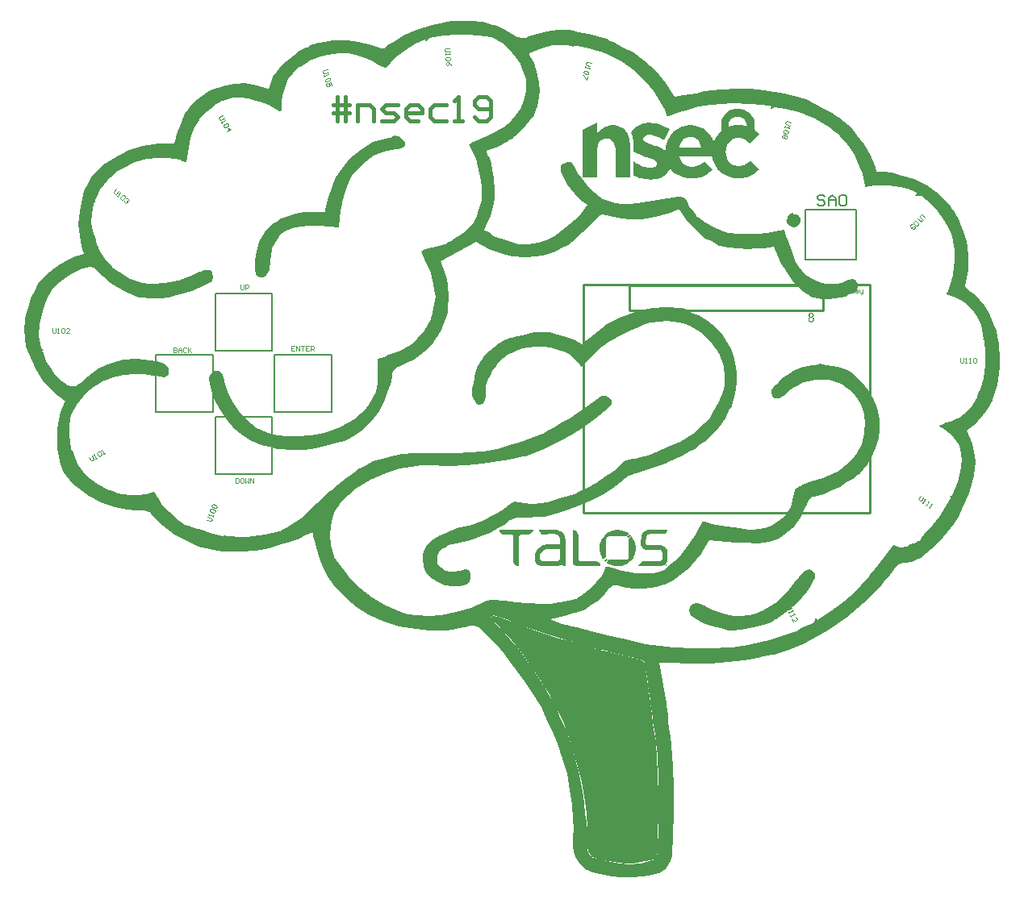
<source format=gto>
G04 Layer_Color=15132400*
%FSLAX25Y25*%
%MOIN*%
G70*
G01*
G75*
%ADD39C,0.01000*%
%ADD40C,0.00600*%
%ADD93C,0.01500*%
%ADD95C,0.05000*%
%ADD96C,0.00787*%
%ADD97C,0.00700*%
%ADD98C,0.00400*%
G36*
X450021Y404991D02*
X454498Y403871D01*
X454872D01*
X455991Y403498D01*
X457484Y402752D01*
X459349Y401633D01*
X464573Y398647D01*
X464946D01*
X465693Y398274D01*
X467932D01*
X469051Y399021D01*
X470543Y399394D01*
X472782Y400140D01*
X475394Y400886D01*
X478379Y401259D01*
X481365Y401633D01*
X485842D01*
X487708Y401259D01*
X489574Y400886D01*
X492186Y400513D01*
X495171Y399767D01*
X501514Y397901D01*
X501887D01*
X502260Y397528D01*
X504872Y396409D01*
X508231Y394543D01*
X512335Y392304D01*
X516813Y388946D01*
X521664Y384841D01*
X525768Y379617D01*
X529500Y374020D01*
X529873D01*
X530992Y374393D01*
X533231Y374766D01*
X535470Y375140D01*
X538455Y375513D01*
X541813Y376259D01*
X548530Y377005D01*
X550769D01*
X553008Y377379D01*
X560097D01*
X564202Y377005D01*
X572784Y375886D01*
X573157D01*
X574650Y375513D01*
X577262Y374766D01*
X580247Y374020D01*
X583605Y372901D01*
X587336Y371035D01*
X591068Y369169D01*
X595172Y366931D01*
X595919Y366557D01*
X597411Y365438D01*
X599277Y363572D01*
X602262Y361333D01*
X604874Y357975D01*
X607859Y354244D01*
X610471Y349766D01*
X612337Y344915D01*
X612710Y343050D01*
X615695D01*
X619426Y342676D01*
X623531Y341557D01*
X628382Y340065D01*
X633606Y337453D01*
X638830Y333721D01*
X641069Y331482D01*
X643307Y328870D01*
X643680Y328124D01*
X645173Y326258D01*
X646666Y323273D01*
X648531Y319169D01*
X650024Y314318D01*
X650770Y308721D01*
Y302377D01*
X650024Y299019D01*
X649278Y295661D01*
X649651Y295288D01*
X650397Y294541D01*
X651890Y293422D01*
X653755Y291929D01*
X657487Y287825D01*
X658979Y285213D01*
X660472Y282228D01*
Y281855D01*
X660845Y281108D01*
X661591Y279243D01*
X662337Y277377D01*
X662711Y274765D01*
X663457Y272153D01*
X663830Y265437D01*
Y265063D01*
Y263944D01*
Y262078D01*
X663457Y259839D01*
X662711Y254615D01*
X660845Y248645D01*
Y248272D01*
X660099Y247526D01*
X659352Y246033D01*
X658233Y244167D01*
X656740Y242302D01*
X654875Y240063D01*
X652636Y238197D01*
X650024Y235958D01*
X650397Y235585D01*
X650770Y234466D01*
X651516Y232973D01*
X652263Y230734D01*
X653382Y225884D01*
X653755Y222899D01*
X653382Y219913D01*
Y219540D01*
X653009Y218421D01*
Y216928D01*
X652263Y215063D01*
X651143Y210212D01*
X648904Y204988D01*
X648531Y204241D01*
X647785Y202749D01*
X646666Y200510D01*
X644800Y197525D01*
X642188Y194167D01*
X639203Y190435D01*
X635471Y187077D01*
X631367Y183719D01*
X630994Y183346D01*
X629501Y182599D01*
X627262Y181853D01*
X624277Y181480D01*
X623904D01*
X622785Y181107D01*
X621292Y180360D01*
X620173Y178868D01*
X619800Y178495D01*
X619426Y177749D01*
X618307Y176256D01*
X616814Y174763D01*
X614949Y172525D01*
X613083Y170286D01*
X610471Y167674D01*
X607486Y164689D01*
X600396Y158718D01*
X592187Y153121D01*
X582485Y147897D01*
X577262Y145659D01*
X571664Y143793D01*
X571291D01*
X570545Y143420D01*
X569426D01*
X567933Y143046D01*
X566067Y142673D01*
X563829Y141927D01*
X558231Y141181D01*
X551515Y140435D01*
X544052Y139688D01*
X535843D01*
X527634Y140061D01*
X523156D01*
X526141Y123270D01*
Y122897D01*
Y122151D01*
X526514Y120658D01*
X526888Y118419D01*
Y116181D01*
X527261Y113195D01*
X527634Y109837D01*
X528007Y106106D01*
X528753Y97523D01*
X529127Y88195D01*
Y78493D01*
X528753Y68045D01*
X528380Y60956D01*
Y60583D01*
Y60210D01*
X527634Y57971D01*
X526141Y55359D01*
X525022Y54239D01*
X523156Y53120D01*
X522783D01*
X521291Y52747D01*
X518679Y52000D01*
X515694Y51627D01*
X511962Y51254D01*
X507858D01*
X503380Y51627D01*
X498902Y52747D01*
X498529D01*
X497410Y53120D01*
X495544Y53493D01*
X493305Y54239D01*
X492932D01*
X492559Y54985D01*
X490320Y56851D01*
X488454Y59836D01*
X487708Y62075D01*
X487335Y64314D01*
Y64687D01*
Y65060D01*
Y66180D01*
Y67672D01*
X487708Y71404D01*
X487335Y75881D01*
X486962Y81478D01*
X486215Y87449D01*
X485096Y94165D01*
X483230Y100509D01*
Y100882D01*
X482857Y101255D01*
X482111Y103494D01*
X480991Y106852D01*
X479126Y111330D01*
X476887Y116181D01*
X474275Y121778D01*
X470917Y127375D01*
X466812Y133345D01*
X466439Y133718D01*
X465320Y135211D01*
X463827Y137449D01*
X461588Y140435D01*
X458976Y143793D01*
X455991Y147524D01*
X448901Y154614D01*
X448528D01*
X447782Y154987D01*
X446663Y155360D01*
X444797D01*
X444051Y154987D01*
X442558Y154614D01*
X440319Y154241D01*
X437707Y153868D01*
X435095Y153495D01*
X428006D01*
X420170Y154241D01*
X415692Y154987D01*
X411587Y156480D01*
X407110Y157972D01*
X402632Y160211D01*
X398154Y163196D01*
X394050Y166554D01*
X393677Y166928D01*
X392557Y168047D01*
X390692Y169913D01*
X388453Y172525D01*
X386214Y175883D01*
X383975Y179614D01*
X382483Y184092D01*
X380990Y188943D01*
Y189316D01*
X380617Y190435D01*
X380244Y191928D01*
Y194167D01*
X376885Y192674D01*
X376139Y192301D01*
X374273Y191555D01*
X370915Y190062D01*
X366811Y188943D01*
X361960Y187450D01*
X356363Y186331D01*
X350019Y185958D01*
X342930D01*
X340691Y186331D01*
X337333Y187077D01*
X332855Y188197D01*
X328004Y190435D01*
X322780Y193047D01*
X317929Y196779D01*
X313078Y201629D01*
Y202003D01*
X312332Y202376D01*
X310467Y203122D01*
X307108D01*
X303004Y203495D01*
X298526Y204241D01*
X292929Y206107D01*
X287332Y209092D01*
X284720Y210958D01*
X282108Y213197D01*
X279496Y215809D01*
X277257Y218794D01*
Y219167D01*
X276884Y219540D01*
X275764Y222152D01*
X275018Y225137D01*
X274272Y228869D01*
Y229242D01*
Y229615D01*
Y232227D01*
Y235585D01*
X274645Y239317D01*
Y239690D01*
X275018Y240063D01*
X275391Y242302D01*
X276511Y245287D01*
X277630Y248272D01*
X277257D01*
X276884Y249018D01*
X274645Y250511D01*
X271660Y253123D01*
X268302Y256854D01*
X265317Y261705D01*
X262704Y267675D01*
X261585Y270660D01*
X261212Y274392D01*
X260839Y277750D01*
X261212Y281855D01*
Y282228D01*
X261585Y283720D01*
X261958Y285586D01*
X262704Y288198D01*
X263451Y290810D01*
X264943Y293795D01*
X266436Y296780D01*
X268675Y299392D01*
X269048Y299765D01*
X269794Y300512D01*
X271287Y301631D01*
X273152Y303124D01*
X275391Y304616D01*
X278376Y306482D01*
X281735Y307974D01*
X285466Y309094D01*
Y309467D01*
X285093Y310213D01*
X284720Y310960D01*
X284347Y312452D01*
X283600Y316557D01*
X283227Y321408D01*
X283600Y326631D01*
X284720Y332228D01*
X285466Y335214D01*
X286959Y338199D01*
X288451Y340811D01*
X290690Y343423D01*
X291436Y344169D01*
X292929Y345662D01*
X295914Y347527D01*
X299645Y349766D01*
X304123Y352005D01*
X309720Y353871D01*
X316064Y354617D01*
X322780D01*
Y354990D01*
X323153Y355736D01*
X323526Y357229D01*
X323900Y358721D01*
X325392Y362826D01*
X327258Y366931D01*
Y367304D01*
X328004Y368050D01*
X329497Y370289D01*
X332482Y372901D01*
X336213Y375886D01*
X336959Y376259D01*
X338452Y377005D01*
X340691Y377752D01*
X344049Y378871D01*
X347780Y379244D01*
X352258Y379617D01*
X356736Y378871D01*
X361587Y377379D01*
X361960Y377752D01*
X362333Y379244D01*
X363079Y381110D01*
X363825Y382976D01*
X364199Y383349D01*
X364945Y384468D01*
X366064Y385588D01*
X367557Y387453D01*
X372035Y391185D01*
X374273Y393050D01*
X377258Y394543D01*
X377632D01*
X378751Y395289D01*
X380244Y395662D01*
X382483Y396409D01*
X385094Y396782D01*
X388080Y397528D01*
X395169D01*
X395916Y397155D01*
X397035D01*
X398901Y396782D01*
X403005Y395662D01*
X407483Y394543D01*
X407856D01*
X408229Y394170D01*
X408975D01*
X410095Y394543D01*
X410468Y394916D01*
X410841Y395289D01*
X411961Y396036D01*
X413453Y396782D01*
X415319Y397901D01*
X417558Y399394D01*
X422782Y401633D01*
X429498Y403871D01*
X436961Y405364D01*
X445543D01*
X450021Y404991D01*
D02*
G37*
%LPC*%
G36*
X453379Y158718D02*
X457484Y154241D01*
X461588Y149763D01*
X464946Y145659D01*
X467932Y141554D01*
X470543Y138196D01*
X472409Y135211D01*
X472782Y134713D01*
X470543Y138196D01*
X467185Y143046D01*
X463827Y147524D01*
X460469Y151256D01*
X457484Y154241D01*
X455245Y156853D01*
X453752Y158345D01*
X453379Y158718D01*
D02*
G37*
G36*
X472782Y134713D02*
X473902Y132972D01*
X474435Y132119D01*
X474275Y132599D01*
X473902Y132972D01*
X473529Y133718D01*
X472782Y134713D01*
D02*
G37*
G36*
X474435Y132119D02*
X474648Y131479D01*
X475768Y129987D01*
X477260Y127375D01*
X478753Y124763D01*
X477633Y127002D01*
X474435Y132119D01*
D02*
G37*
G36*
X494798Y146405D02*
X497410Y145659D01*
X498529Y145472D01*
X503007Y144352D01*
X503380Y144166D01*
X503753D01*
X510118Y142630D01*
X511216Y142300D01*
X512708Y141927D01*
X513028D01*
X513853Y141728D01*
X514201Y141554D01*
X514574D01*
X513853Y141728D01*
X513455Y141927D01*
X513028D01*
X510118Y142630D01*
X507484Y143420D01*
X503753Y144166D01*
X503007Y144352D01*
X502634Y144539D01*
X501514Y144912D01*
X499648Y145285D01*
X498529Y145472D01*
X494798Y146405D01*
D02*
G37*
G36*
X453752Y159465D02*
X453379Y158718D01*
X453752Y159092D01*
Y159465D01*
D02*
G37*
G36*
X457111Y159092D02*
X456737D01*
X465320Y155733D01*
X473529Y152748D01*
X481738Y150136D01*
X487646Y148581D01*
X486215Y149017D01*
X478379Y151256D01*
X471290Y153868D01*
X465320Y155733D01*
X462708Y156853D01*
X460842Y157599D01*
X458976Y158345D01*
X457857Y158718D01*
X457111Y159092D01*
D02*
G37*
G36*
X487646Y148581D02*
X494798Y146405D01*
X488827Y148270D01*
X487646Y148581D01*
D02*
G37*
G36*
X522783Y81105D02*
X522490Y65860D01*
X522410Y65060D01*
Y63568D01*
Y62448D01*
Y62075D01*
Y61702D01*
X522037Y60210D01*
X522410Y61329D01*
Y61702D01*
X522490Y65860D01*
X522783Y68792D01*
Y74016D01*
Y79613D01*
Y81105D01*
D02*
G37*
G36*
X493305Y64314D02*
Y63941D01*
Y62448D01*
X494051Y60956D01*
X495544Y59836D01*
X495917Y59463D01*
X497783Y59090D01*
X495544Y59836D01*
X495171Y60210D01*
X494424Y60956D01*
X493678Y62075D01*
X493305Y64314D01*
D02*
G37*
G36*
X521291Y59090D02*
X519798Y58344D01*
X519425D01*
X517559Y57971D01*
X515320Y57598D01*
X512335Y57224D01*
X508604D01*
X504499Y57598D01*
X500022Y58344D01*
X503007Y57598D01*
X506738Y57224D01*
X510843Y56851D01*
X515320Y57224D01*
X520171Y58344D01*
X520544D01*
X521291Y59090D01*
D02*
G37*
G36*
X489275Y97175D02*
X491439Y87076D01*
X492186Y82225D01*
X492559Y77747D01*
X492932Y74016D01*
X493305Y70657D01*
Y71404D01*
X492932Y78120D01*
X492186Y84837D01*
X491066Y90807D01*
X489275Y97175D01*
D02*
G37*
G36*
X514947Y141554D02*
X514574D01*
X515320Y141367D01*
X515694Y141181D01*
X516253Y140994D01*
X516813Y140435D01*
X516999Y140061D01*
X517186Y139315D01*
X518305Y131852D01*
X518465Y130840D01*
X519574Y123494D01*
X520171Y118419D01*
X520917Y112449D01*
X521664Y107598D01*
X521291Y110583D01*
X520917Y113568D01*
X520544Y116181D01*
Y118046D01*
X520171Y119166D01*
Y119539D01*
X519574Y123494D01*
X519425Y124763D01*
X518465Y130840D01*
X517186Y139315D01*
Y139688D01*
X516999Y140061D01*
X516813Y140808D01*
X516253Y140994D01*
X516067Y141181D01*
X515320Y141367D01*
X514947Y141554D01*
D02*
G37*
G36*
X480618Y121031D02*
X482111Y117300D01*
X484350Y112822D01*
X486091Y108295D01*
X486464Y107101D01*
X487708Y102747D01*
X489275Y97175D01*
X489200Y97523D01*
X487708Y103121D01*
X486464Y107101D01*
X486215Y107971D01*
X486091Y108295D01*
X485842Y109091D01*
X483603Y115061D01*
X480618Y121031D01*
D02*
G37*
G36*
X521664Y107598D02*
X522037Y100135D01*
Y99762D01*
Y98643D01*
X522410Y96404D01*
Y94165D01*
Y91180D01*
X522783Y88195D01*
Y93419D01*
X522410Y100509D01*
Y100882D01*
Y101255D01*
Y102374D01*
X522037Y103867D01*
X521664Y107598D01*
D02*
G37*
G36*
X444051Y399767D02*
X439200D01*
X433976Y399394D01*
X428006Y398274D01*
X427980Y398264D01*
X426488Y396485D01*
X426388Y397627D01*
X422408Y396036D01*
X422035D01*
X421289Y395289D01*
X419797Y394543D01*
X418304Y393424D01*
X414199Y390438D01*
X410468Y385961D01*
X410095D01*
X408602Y386334D01*
X408229Y386707D01*
X406737Y387453D01*
X404871Y388573D01*
X401886Y390065D01*
X398901Y391185D01*
X394796Y391931D01*
X390692D01*
X386214Y391558D01*
X385841D01*
X384721Y391185D01*
X383229Y390811D01*
X381363Y390065D01*
X378751Y388946D01*
X376512Y387453D01*
X376220Y387286D01*
X375672Y386337D01*
X375524Y386889D01*
X373900Y385961D01*
X371661Y383722D01*
X371288Y383349D01*
X370915Y382602D01*
X369796Y381483D01*
X369049Y379617D01*
X368303Y377379D01*
X367557Y374766D01*
X367184Y372154D01*
Y368796D01*
X366811Y367677D01*
X362706Y369916D01*
X362333Y370289D01*
X360840Y371035D01*
X358975Y371781D01*
X356363Y372528D01*
X353378Y373274D01*
X350019Y373647D01*
X346661D01*
X342930Y372528D01*
X342557D01*
X341437Y371781D01*
X339571Y370662D01*
X337706Y369169D01*
X335467Y367304D01*
X333228Y364692D01*
X333107Y364510D01*
X333014Y364163D01*
X332949Y364274D01*
X330989Y361333D01*
X329497Y357229D01*
X327631Y347154D01*
X326138Y347527D01*
X325392Y347900D01*
X323153Y348273D01*
X320168Y348647D01*
X316064D01*
X311586Y348273D01*
X306362Y347154D01*
X301511Y344542D01*
X298899Y343050D01*
X296287Y340811D01*
X295914Y340438D01*
X295168Y339318D01*
X293675Y337826D01*
X292183Y335587D01*
X290690Y332602D01*
X290183Y331251D01*
X290248Y330506D01*
X289987Y330726D01*
X289571Y329616D01*
X288824Y325885D01*
X288451Y322154D01*
Y321781D01*
X288824Y320288D01*
X289197Y318422D01*
X289944Y316183D01*
X290690Y313198D01*
X292183Y310213D01*
X294048Y307228D01*
X296660Y304243D01*
X297033Y303870D01*
X297780Y303124D01*
X298899Y302377D01*
X300392Y301258D01*
X304496Y298646D01*
X306735Y297900D01*
X309347Y297153D01*
X310467D01*
X311959Y296780D01*
X313825D01*
X318675Y297153D01*
X324273Y297900D01*
X324646D01*
X325019Y298273D01*
X327258Y299019D01*
X329870Y300138D01*
X333228Y301631D01*
X333601D01*
X333974Y302004D01*
X335467Y302377D01*
X337333D01*
X338079Y302004D01*
X338452Y301258D01*
Y300885D01*
X338825Y300138D01*
Y299019D01*
X338452Y297900D01*
X337706Y297527D01*
X336959Y297153D01*
X335840Y296407D01*
X330616Y294168D01*
X330243Y293795D01*
X328750Y293422D01*
X326512Y292676D01*
X323900Y291929D01*
X320541Y291183D01*
X316810Y290810D01*
X313078D01*
X308974Y291183D01*
X308601D01*
X307108Y291556D01*
X305242Y292302D01*
X302630Y293422D01*
X299645Y294915D01*
X296287Y297153D01*
X293302Y299765D01*
X289944Y303124D01*
X289571Y303497D01*
X288078Y303870D01*
X287705D01*
X286585Y303497D01*
X284720Y303124D01*
X282854Y302004D01*
X280242Y300885D01*
X278003Y299392D01*
X275391Y297527D01*
X273152Y295288D01*
X272779Y294915D01*
X271660Y293422D01*
X270540Y291183D01*
X269048Y287825D01*
X267929Y284093D01*
X267182Y279989D01*
X266809Y275511D01*
X267919Y270331D01*
X269250Y269000D01*
X268233D01*
X268302Y268795D01*
X269048Y266929D01*
X269794Y264690D01*
X271287Y262451D01*
X273152Y259839D01*
X275391Y257227D01*
X278376Y254989D01*
X278750Y254615D01*
X280242Y254242D01*
X282108D01*
X282854Y254989D01*
X283974Y255735D01*
X284347Y256108D01*
X285093Y256854D01*
X286959Y258347D01*
X288824Y259839D01*
X291436Y261705D01*
X294421Y263198D01*
X298153Y264317D01*
X301884Y265437D01*
X303377D01*
X305242Y265810D01*
X307481D01*
X312705Y265063D01*
X315690Y264690D01*
X318675Y263571D01*
X319049Y263198D01*
X319795Y262825D01*
X320541Y261705D01*
Y259839D01*
Y259466D01*
X319795Y258720D01*
X318675Y257974D01*
X317183Y258347D01*
X314944Y258720D01*
X314198D01*
X312332Y259093D01*
X309720Y259466D01*
X305989D01*
X301884Y259093D01*
X297407Y257974D01*
X292929Y256481D01*
X288451Y253496D01*
X288078Y253123D01*
X287332Y252750D01*
X286585Y251630D01*
X285093Y250138D01*
X282481Y246779D01*
X280242Y242302D01*
Y241929D01*
X279869Y241182D01*
Y240063D01*
X279496Y238570D01*
Y234093D01*
X280242Y228869D01*
Y228496D01*
X280988Y227003D01*
X281735Y224764D01*
X283227Y221779D01*
X285093Y219167D01*
X288078Y216182D01*
X291436Y213570D01*
X295914Y211331D01*
X296287D01*
X297407Y210958D01*
X299272Y210212D01*
X301884Y209839D01*
X304496Y209466D01*
X307855D01*
X311213Y209839D01*
X314571Y210585D01*
X314944Y210212D01*
X315317Y209092D01*
X316437Y207600D01*
X317556Y205734D01*
X319422Y203495D01*
X321661Y201629D01*
X323900Y199391D01*
X326885Y197525D01*
X327258Y197152D01*
X328750Y196779D01*
X330989Y195659D01*
X333974Y194913D01*
X337333Y193794D01*
X341437Y192674D01*
X342895Y192542D01*
X344350Y193220D01*
X344064Y192435D01*
X345542Y192301D01*
X350019Y191928D01*
X353004D01*
X355243Y192301D01*
X360467Y193047D01*
X366064Y194540D01*
X366438D01*
X367557Y194913D01*
X368676Y195659D01*
X370542Y196779D01*
X375020Y199764D01*
X377258Y201629D01*
X379497Y203868D01*
X380244Y204615D01*
X381736Y206107D01*
X383975Y208346D01*
X386587Y210585D01*
X386960Y210958D01*
X387706Y211331D01*
X388826Y212451D01*
X390318Y213570D01*
X393677Y216555D01*
X398154Y219540D01*
X398528Y219913D01*
X400020Y220660D01*
X402259Y221779D01*
X404871Y223272D01*
X408602Y224391D01*
X412334Y225511D01*
X416811Y226257D01*
X421662Y226630D01*
X439573D01*
X450021Y227376D01*
X450767D01*
X452260Y227749D01*
X454498Y228122D01*
X457484Y228869D01*
X461215Y229988D01*
X464946Y231108D01*
X473155Y234093D01*
X473529Y234466D01*
X475021Y234839D01*
X477260Y235958D01*
X479872Y237451D01*
X482857Y239317D01*
X486215Y241182D01*
X493678Y246406D01*
X498902Y250138D01*
X499275Y250511D01*
X501141D01*
X502634Y249391D01*
X503007Y249018D01*
X503380Y248272D01*
Y247153D01*
X503007Y246406D01*
X502260Y245660D01*
X501141Y244541D01*
X500395Y244167D01*
X498529Y242302D01*
X495544Y240063D01*
X491813Y237451D01*
X486962Y234466D01*
X481365Y231481D01*
X475394Y228496D01*
X468678Y225884D01*
X468305D01*
X467932Y225511D01*
X466812D01*
X465320Y225137D01*
X461215Y224018D01*
X456364Y223272D01*
X450021Y222525D01*
X443304Y221779D01*
X435842Y221406D01*
X428379Y221779D01*
X424647D01*
X420916Y221033D01*
X415692Y220286D01*
X410095Y218421D01*
X403752Y215809D01*
X397781Y212077D01*
X394796Y209466D01*
X391811Y206854D01*
X391438Y206480D01*
X390692Y204988D01*
X389199Y202749D01*
X388080Y200137D01*
X387333Y196406D01*
X386960Y192674D01*
X387333Y188570D01*
X388826Y184092D01*
Y183719D01*
X389199Y183346D01*
X390692Y181107D01*
X392930Y178122D01*
X395916Y174390D01*
X399647Y170659D01*
X404498Y166928D01*
X410095Y163569D01*
X416438Y160957D01*
X416811D01*
X417184Y160584D01*
X419423Y160211D01*
X423155Y159838D01*
X427632Y159465D01*
X433229Y159838D01*
X439200Y160957D01*
X445543Y162823D01*
X451887Y165808D01*
X452260D01*
X453006Y166181D01*
X455991D01*
X457484Y165808D01*
X459349D01*
X461588Y165435D01*
X464573Y165062D01*
X467932Y164689D01*
X475394Y164315D01*
X478006D01*
X479872Y164689D01*
X483977Y165435D01*
X488454Y166554D01*
X488827D01*
X489574Y166928D01*
X490693Y167674D01*
X492186Y168793D01*
X495544Y171405D01*
X498902Y175510D01*
X499275Y175883D01*
X499648Y176629D01*
X500395Y178122D01*
X501141Y179987D01*
X501887Y179614D01*
X503753Y179241D01*
X506365Y178495D01*
X509723Y177749D01*
X513455Y177002D01*
X520917D01*
X524276Y178122D01*
X524649Y178495D01*
X525768Y178868D01*
X526815Y179915D01*
X526800D01*
Y180433D01*
X526671Y179915D01*
X526541D01*
X526411Y180433D01*
Y179915D01*
X526282D01*
Y180628D01*
X526476D01*
Y180563D01*
X526541Y180368D01*
X526606Y180174D01*
X526736Y180628D01*
X526995D01*
Y180095D01*
X527261Y180360D01*
X529500Y182226D01*
X532112Y184838D01*
X535097Y188570D01*
X538082Y193047D01*
X541067Y198644D01*
X543679Y197898D01*
X544052D01*
X545171Y197525D01*
X546664Y197152D01*
X548903Y196779D01*
X551142Y196406D01*
X554127Y196032D01*
X560097Y194913D01*
X561963D01*
X564202Y195286D01*
X566440Y195659D01*
X569426Y196779D01*
X572411Y198644D01*
X575023Y200883D01*
X577262Y204241D01*
X579127Y211331D01*
Y211704D01*
X579500Y212077D01*
X580993Y213197D01*
X581366D01*
X582485Y213570D01*
X583978Y214316D01*
X585844Y215063D01*
X590695Y216555D01*
X595919Y218794D01*
X596665Y219167D01*
X598157Y219913D01*
X600023Y221779D01*
X602635Y224018D01*
X604874Y226630D01*
X606740Y230361D01*
X607859Y234839D01*
X608232Y240063D01*
Y240436D01*
X607859Y241556D01*
Y243048D01*
X607113Y244914D01*
X606366Y246779D01*
X605247Y249018D01*
X603381Y251257D01*
X601516Y253123D01*
X601143Y253496D01*
X600396Y253869D01*
X599277Y254615D01*
X597411Y255735D01*
X595545Y256481D01*
X592933Y257227D01*
X586963D01*
X586217Y256854D01*
X584724Y256481D01*
X582859Y256108D01*
X578381Y253869D01*
X576515Y252377D01*
X574276Y250511D01*
X573903Y250138D01*
X572784Y249391D01*
X570918D01*
X570172Y250138D01*
X569799Y250511D01*
X569426Y252003D01*
Y252377D01*
Y252750D01*
X569799Y253496D01*
X570172Y253869D01*
X570545Y254242D01*
X571291Y254989D01*
X572411Y256108D01*
X573903Y257600D01*
X576142Y259093D01*
X578381Y260586D01*
X581366Y262078D01*
X584351Y262825D01*
X584724D01*
X585844Y263198D01*
X587336D01*
X589575Y263571D01*
X592187Y263198D01*
X595172Y262825D01*
X598157Y262078D01*
X601143Y260959D01*
X601516Y260586D01*
X603008Y259839D01*
X604874Y257974D01*
X607113Y255735D01*
X609352Y252750D01*
X611590Y249391D01*
X613083Y245287D01*
X614202Y240809D01*
Y240063D01*
Y238570D01*
Y236332D01*
X613829Y232973D01*
X612710Y229615D01*
X611217Y225884D01*
X608979Y222152D01*
X605993Y218421D01*
X605620Y218048D01*
X604501Y217301D01*
X603008Y216182D01*
X600396Y214689D01*
X597784Y212824D01*
X594426Y211331D01*
X591068Y209839D01*
X586963Y208719D01*
X586590D01*
X585844Y208346D01*
X584724Y207227D01*
X583978Y205734D01*
Y205361D01*
X583605Y204988D01*
X582859Y203122D01*
X581366Y200137D01*
X579127Y196779D01*
X578754Y196406D01*
X578008Y195659D01*
X576515Y194540D01*
X574650Y193047D01*
X572411Y191555D01*
X569799Y190435D01*
X566814Y189689D01*
X563455Y189316D01*
X561963D01*
X560097Y189689D01*
X554500D01*
X551142Y190062D01*
X543679Y190808D01*
X540694Y185584D01*
X540321Y185211D01*
X539574Y184092D01*
X538455Y182599D01*
X536589Y180360D01*
X534350Y178495D01*
X531739Y176256D01*
X528753Y174017D01*
X525395Y172525D01*
X525022D01*
X523903Y172152D01*
X522037Y171405D01*
X519425Y171032D01*
X516440Y170659D01*
X513082D01*
X509350Y171032D01*
X505619Y172152D01*
X503753D01*
X502634Y171032D01*
X502260Y170659D01*
X501887Y169913D01*
X500768Y168793D01*
X499275Y167301D01*
X497410Y165435D01*
X495171Y163942D01*
X492559Y162077D01*
X489574Y160957D01*
X489200D01*
X488827Y160584D01*
X487708D01*
X486215Y160211D01*
X482484Y159092D01*
X478006Y157972D01*
X480991Y156853D01*
X481365D01*
X482111Y156480D01*
X483230Y156106D01*
X484723Y155733D01*
X486962Y154987D01*
X489200Y154614D01*
X495171Y153121D01*
X501887Y151256D01*
X509350Y149763D01*
X517559Y147897D01*
X526141Y146778D01*
X526888D01*
X528380Y146405D01*
X531365D01*
X534724Y146032D01*
X543306D01*
X553008Y146405D01*
X553754D01*
X555246Y146778D01*
X557858Y147151D01*
X561216Y147897D01*
X565321Y148644D01*
X569799Y149763D01*
X579500Y153121D01*
X579874D01*
X580247Y153495D01*
X582485Y154614D01*
X585844Y156106D01*
X587090Y156854D01*
X587845Y158928D01*
X588436Y157661D01*
X589575Y158345D01*
X594426Y161704D01*
X599277Y165435D01*
X604128Y169539D01*
X608605Y174763D01*
X608979Y175137D01*
X609725Y175883D01*
X610844Y177375D01*
X611964Y178868D01*
X615695Y183346D01*
X619800Y188570D01*
X620173D01*
X621292Y188197D01*
X623158Y187823D01*
X625024Y188197D01*
X625397D01*
X626516Y188943D01*
X628382Y189316D01*
X630247Y190435D01*
X630621D01*
X630994Y191182D01*
X632113Y192674D01*
X632486Y193047D01*
X633979Y194913D01*
X636218Y197152D01*
X638830Y200510D01*
X641442Y204615D01*
X643311Y208086D01*
X642995Y209878D01*
X643925Y209227D01*
X644054Y209466D01*
X646292Y214689D01*
X647785Y220660D01*
Y221033D01*
Y221406D01*
X648158Y223645D01*
X647785Y226630D01*
X647039Y229615D01*
Y229988D01*
X646666Y230361D01*
X645919Y231854D01*
X644054Y234093D01*
X641069Y236332D01*
X638456Y238197D01*
X638830D01*
X640322Y238570D01*
X641442Y239317D01*
X642934Y239690D01*
X643307D01*
X644054Y240063D01*
X645546Y240809D01*
X647039Y241556D01*
X650770Y244541D01*
X652263Y246406D01*
X653755Y248645D01*
Y249018D01*
X654501Y249765D01*
X654875Y251257D01*
X655621Y253123D01*
X657114Y257600D01*
X657860Y263198D01*
Y263571D01*
Y265063D01*
Y266929D01*
Y269541D01*
X657487Y272526D01*
X657276Y273474D01*
X656750Y274000D01*
X657159D01*
X656740Y275884D01*
X655994Y279616D01*
X654501Y282974D01*
Y283347D01*
X653755Y284093D01*
X652636Y285586D01*
X651516Y287079D01*
X649651Y288571D01*
X647412Y290064D01*
X644800Y291556D01*
X641815Y292302D01*
Y292676D01*
X642561Y293795D01*
X642934Y295661D01*
X643680Y297900D01*
X644427Y300512D01*
X644800Y303497D01*
X645173Y306482D01*
Y309467D01*
Y309840D01*
Y310960D01*
X644800Y312452D01*
X644427Y314691D01*
X643680Y317303D01*
X642561Y319915D01*
X641069Y322527D01*
X639203Y325512D01*
X638830Y325885D01*
X638083Y326631D01*
X636964Y328124D01*
X635471Y329616D01*
X631422Y332930D01*
X628409D01*
X629668Y334189D01*
X628755Y334840D01*
X625770Y335960D01*
X625397D01*
X624277Y336333D01*
X622785Y336706D01*
X620546Y337079D01*
X617934Y337453D01*
X611964D01*
X608232Y336706D01*
Y337079D01*
Y337453D01*
X607859Y338572D01*
Y338945D01*
X607486Y340438D01*
X607113Y342303D01*
X605993Y344542D01*
X603755Y350139D01*
X601889Y353124D01*
X599650Y355736D01*
X599277Y356109D01*
X598530Y356856D01*
X597411Y358348D01*
X595545Y359841D01*
X593307Y361333D01*
X590695Y363199D01*
X587336Y365065D01*
X583978Y366557D01*
X583605D01*
X582859Y366931D01*
X581739Y367304D01*
X579874Y368050D01*
X577635Y368423D01*
X575023Y369169D01*
X570913Y369895D01*
X568907Y368737D01*
X569294Y370180D01*
X568679Y370289D01*
X561216Y371035D01*
X553008Y371408D01*
X544425Y370662D01*
X539574Y369916D01*
X535097Y368796D01*
X534724D01*
X534350Y368423D01*
X532485Y368050D01*
X529500Y366931D01*
X526514Y365811D01*
Y366184D01*
X526141Y366557D01*
X525395Y368796D01*
X523529Y372154D01*
X520917Y376259D01*
X517559Y380364D01*
X513082Y384841D01*
X507484Y388573D01*
X500768Y391931D01*
X500395D01*
X500022Y392304D01*
X498902Y392677D01*
X497410Y393050D01*
X494051Y394170D01*
X489574Y394916D01*
X488247Y395011D01*
X486907Y394237D01*
X487136Y395090D01*
X484350Y395289D01*
X479126D01*
X474275Y394170D01*
X469424Y391931D01*
Y391558D01*
X469797Y390811D01*
X470543Y389692D01*
X471290Y388199D01*
X472409Y384468D01*
X473529Y379990D01*
Y379617D01*
Y378871D01*
X473902Y377752D01*
Y376259D01*
X473155Y372154D01*
X472782Y369916D01*
X471663Y367677D01*
Y367304D01*
X471290Y366557D01*
X470543Y365438D01*
X469424Y363945D01*
X466812Y360587D01*
X463454Y357602D01*
X463081D01*
X462708Y356856D01*
X461588Y356483D01*
X460096Y355363D01*
X456364Y353498D01*
X451887Y351632D01*
Y351259D01*
X452260Y350139D01*
X453006Y348647D01*
X453752Y346408D01*
X454125Y343796D01*
X454872Y340811D01*
X455245Y334840D01*
Y334467D01*
Y333348D01*
Y331855D01*
X454872Y329990D01*
X453379Y324766D01*
X452260Y322154D01*
X450767Y319169D01*
X451140Y318795D01*
X452633Y318049D01*
X454872Y316557D01*
X457857Y315437D01*
X461215Y314318D01*
X464946Y313198D01*
X469051D01*
X473155Y313572D01*
X473529D01*
X475021Y314318D01*
X477260Y315064D01*
X479872Y316557D01*
X482857Y318795D01*
X486215Y321408D01*
X489947Y324766D01*
X493305Y329243D01*
X491439Y330736D01*
X491066Y331109D01*
X490320Y331482D01*
X489574Y332602D01*
X488081Y334094D01*
X485096Y337826D01*
X482484Y343050D01*
Y343423D01*
Y344169D01*
Y345288D01*
X483230Y346408D01*
X483603D01*
X483977Y346781D01*
X485096Y347154D01*
X486588D01*
X486962Y346781D01*
X488081Y344915D01*
X488454Y344542D01*
X488827Y343796D01*
X489574Y342303D01*
X491066Y340438D01*
X494051Y336333D01*
X498529Y332602D01*
X498902D01*
X499648Y331855D01*
X501141Y331482D01*
X503007Y330736D01*
X505245Y329990D01*
X507858Y329616D01*
X510843D01*
X514201Y329990D01*
X530619Y332602D01*
X532112D01*
X533604Y332228D01*
X534350Y331109D01*
X534724Y330363D01*
X535470Y328870D01*
X536962Y327005D01*
X538455Y324766D01*
X538828Y324393D01*
X539574Y324019D01*
X540694Y322900D01*
X542186Y322154D01*
X545918Y319915D01*
X550395Y318049D01*
X550769D01*
X551515Y317676D01*
X553008D01*
X554500Y317303D01*
X565321D01*
X566067Y317676D01*
X567560D01*
X570918Y318422D01*
X574650Y319169D01*
Y318795D01*
X575023Y318049D01*
X575396Y316557D01*
X576142Y315064D01*
X577635Y310586D01*
X579500Y305736D01*
X579874Y305362D01*
X580620Y303870D01*
X582112Y302004D01*
X583978Y300138D01*
X586963Y298273D01*
X589948Y297153D01*
X594053Y296407D01*
X598530Y297153D01*
X601143Y298273D01*
X601516D01*
X602635Y298646D01*
X604128Y298273D01*
X605247Y296780D01*
Y296407D01*
Y295288D01*
X604874Y293795D01*
X604128Y293422D01*
X603008Y292676D01*
X602635D01*
X601516Y292302D01*
X600023Y291556D01*
X597784Y291183D01*
X592933Y290437D01*
X589948D01*
X586963Y291183D01*
X586590D01*
X585844Y291556D01*
X584351Y292302D01*
X582859Y293422D01*
X580993Y294915D01*
X579127Y296780D01*
X577262Y299019D01*
X575396Y302004D01*
Y302377D01*
X575023Y302750D01*
X573530Y304989D01*
X572038Y307974D01*
X570545Y312079D01*
X570172D01*
X568306Y311706D01*
X566067Y311333D01*
X563082D01*
X559724Y310960D01*
X555993Y311333D01*
X551888Y311706D01*
X548157Y312452D01*
X547784D01*
X546664Y313198D01*
X544798Y314318D01*
X542186Y315437D01*
X539574Y317676D01*
X536962Y320288D01*
X533977Y323273D01*
X531365Y327378D01*
X530992D01*
X529873Y327005D01*
X528380Y326258D01*
X526514Y325885D01*
X521291Y324393D01*
X515694Y323273D01*
X510843D01*
X508231Y323646D01*
X505619Y324019D01*
X499648Y325512D01*
X499275D01*
X498529Y325139D01*
X497783Y324393D01*
X497410Y324019D01*
X497037Y323646D01*
X494798Y321034D01*
X491439Y318049D01*
X487335Y314318D01*
X486962Y313945D01*
X485469Y312825D01*
X483230Y311706D01*
X480245Y310213D01*
X476514Y308721D01*
X472409Y307974D01*
X467558Y307601D01*
X462708Y307974D01*
X462334D01*
X461215Y308348D01*
X459723Y308721D01*
X457484Y309467D01*
X452633Y310960D01*
X447409Y313945D01*
X432856Y306109D01*
X434722Y300885D01*
Y300512D01*
X435095Y299765D01*
X435468Y298273D01*
X435842Y296407D01*
X436215Y291556D01*
X435842Y286332D01*
Y285959D01*
Y285213D01*
X435468Y283720D01*
X434722Y282228D01*
X433229Y277750D01*
X431737Y275511D01*
X430244Y272899D01*
X429871Y272526D01*
X429125Y271780D01*
X428006Y270660D01*
X426140Y268795D01*
X424274Y267302D01*
X421662Y265437D01*
X418677Y263944D01*
X415319Y262451D01*
X414946D01*
X414199Y261705D01*
X413080Y260586D01*
X412707Y259093D01*
Y258720D01*
Y258347D01*
X412334Y256108D01*
X411214Y252750D01*
X409722Y248645D01*
X407483Y244167D01*
X404125Y239690D01*
X399647Y235585D01*
X396662Y233720D01*
X393677Y232227D01*
X392930Y231854D01*
X391438Y231481D01*
X388826Y230734D01*
X385094Y229615D01*
X380990Y228869D01*
X376512Y228122D01*
X371288D01*
X366064Y228496D01*
X365691D01*
X364199Y228869D01*
X362333Y229242D01*
X360094Y229615D01*
X357109Y230734D01*
X354124Y232227D01*
X351139Y234093D01*
X348154Y236332D01*
X347780Y236705D01*
X346661Y237824D01*
X345168Y239690D01*
X343303Y241929D01*
X341437Y244914D01*
X339571Y248645D01*
X338079Y252750D01*
X336959Y257227D01*
Y257600D01*
X337333Y258720D01*
X338079Y259839D01*
X339571Y260586D01*
X341437D01*
X342557Y259839D01*
X342930Y257974D01*
X343303Y257227D01*
Y256481D01*
X344049Y254242D01*
X345168Y251257D01*
X346661Y247899D01*
X349273Y244167D01*
X352631Y240436D01*
X356736Y237078D01*
X362333Y234839D01*
X363079D01*
X364199Y234466D01*
X365691Y234093D01*
X369049Y233720D01*
X373527D01*
X379124Y234093D01*
X384721Y235212D01*
X391065Y237451D01*
X397035Y240809D01*
X397408Y241182D01*
X398528Y241929D01*
X399647Y243048D01*
X401513Y244541D01*
X403005Y246779D01*
X404498Y249018D01*
X405990Y252003D01*
X406737Y255362D01*
Y255735D01*
Y256108D01*
Y258347D01*
Y261705D01*
Y265810D01*
X407110D01*
X407856Y266183D01*
X409349Y266556D01*
X411214Y267302D01*
X415319Y268795D01*
X419797Y271034D01*
X420170Y271407D01*
X420916Y271780D01*
X423155Y274019D01*
X426140Y277377D01*
X428752Y282228D01*
Y282601D01*
X429125Y283347D01*
X429498Y284840D01*
X429871Y286705D01*
X430618Y291556D01*
X430244Y294168D01*
X429871Y296780D01*
Y297153D01*
X429498Y297900D01*
X429125Y299392D01*
X428752Y301258D01*
X426886Y305362D01*
X424647Y310213D01*
X425020D01*
X425394Y310586D01*
X427632Y311333D01*
X430618Y312079D01*
X434349Y313198D01*
X434722D01*
X435468Y313572D01*
X436961Y314318D01*
X438453Y315437D01*
X442185Y317676D01*
X445543Y321034D01*
X445916Y321408D01*
X446289Y322154D01*
X447036Y323273D01*
X447782Y324766D01*
X448901Y328497D01*
X449648Y331109D01*
Y333721D01*
Y334094D01*
Y335214D01*
Y337079D01*
X449274Y339318D01*
X448901Y342303D01*
X448155Y345288D01*
X447409Y348273D01*
X445916Y351632D01*
X444424Y354244D01*
X444797D01*
X445543Y354990D01*
X447036Y355736D01*
X448901Y356483D01*
X453752Y358721D01*
X458603Y361333D01*
X458976Y361707D01*
X460469Y362826D01*
X461961Y364319D01*
X463827Y366557D01*
X465693Y369169D01*
X467185Y372528D01*
X467932Y376259D01*
Y380737D01*
Y381483D01*
X467558Y382976D01*
X466812Y384841D01*
X465693Y387826D01*
X463827Y390438D01*
X461588Y393424D01*
X458603Y396036D01*
X454498Y398274D01*
X453752Y398647D01*
X451513Y399021D01*
X448528Y399394D01*
X444051Y399767D01*
D02*
G37*
G36*
X454125Y159838D02*
X453752D01*
X454312Y159745D01*
X454872Y159465D01*
X456271Y159185D01*
X456364Y159092D01*
X456737D01*
X456271Y159185D01*
X455991Y159465D01*
X454312Y159745D01*
X454125Y159838D01*
D02*
G37*
%LPD*%
G36*
X532112Y286705D02*
X532858D01*
X534350Y285959D01*
X536589Y284840D01*
X539574Y283720D01*
X542933Y281482D01*
X546291Y278870D01*
X549276Y275511D01*
X551888Y271407D01*
X552261Y271034D01*
X553008Y269168D01*
X553754Y266929D01*
X554500Y263944D01*
X555246Y260212D01*
Y255735D01*
X554500Y251257D01*
X553008Y246406D01*
Y246033D01*
X552261Y244914D01*
X551515Y243421D01*
X550395Y241182D01*
X547037Y236332D01*
X542186Y231854D01*
X541813Y231481D01*
X541067Y231108D01*
X539574Y229988D01*
X537709Y228496D01*
X535470Y227376D01*
X532858Y225884D01*
X526888Y222899D01*
X526514D01*
X525768Y222525D01*
X524276Y222152D01*
X522783Y221406D01*
X518305Y219913D01*
X513455Y218421D01*
X513082D01*
X512335Y218048D01*
X509723Y216928D01*
X508977Y216555D01*
X507111Y214689D01*
X504126Y212451D01*
X500022Y209839D01*
X494798Y207227D01*
X489200Y204615D01*
X482857Y202376D01*
X475768Y200510D01*
X472409D01*
X469051Y200137D01*
X464573D01*
X462708Y199764D01*
X462334Y199391D01*
X460842Y198644D01*
X458976Y197152D01*
X456364Y195659D01*
X453006Y193794D01*
X449274Y192301D01*
X445170Y190808D01*
X440692Y189689D01*
X436215Y188570D01*
X435842D01*
X434722Y187823D01*
X433229Y187077D01*
X432110Y185584D01*
X431737Y185211D01*
X431364Y184092D01*
Y182599D01*
Y181107D01*
X431737Y180734D01*
X432110Y179987D01*
X433229Y179241D01*
X434722Y178122D01*
X435095D01*
X436588Y177749D01*
X438080D01*
X440319Y178122D01*
X441066D01*
X441439Y178495D01*
X443304Y178868D01*
X443677D01*
X444051Y178495D01*
X444797Y178122D01*
X445170Y176629D01*
Y176256D01*
Y175137D01*
X444797Y173644D01*
X444051Y172898D01*
X442931Y172525D01*
X442185Y172152D01*
X440319Y171778D01*
X437707D01*
X434349Y172152D01*
X433603Y172525D01*
X431737Y173271D01*
X429498Y174763D01*
X426886Y177375D01*
Y177749D01*
X426513Y178122D01*
X425767Y179987D01*
X425394Y182599D01*
Y184465D01*
X425767Y185958D01*
Y186331D01*
X426140Y186704D01*
X427259Y188570D01*
X429125Y190808D01*
X432483Y192674D01*
X432856D01*
X433229Y193047D01*
X434349Y193420D01*
X435842Y194167D01*
X439573Y195659D01*
X444051Y196779D01*
X444424D01*
X445543Y197152D01*
X447409Y197898D01*
X450021Y198644D01*
X455245Y201256D01*
X458230Y203122D01*
X461215Y205361D01*
X461588Y205734D01*
X461961Y206107D01*
X462708Y206480D01*
X463454Y206854D01*
X463827D01*
X464573Y206480D01*
X465693D01*
X467185Y206107D01*
X470543Y205734D01*
X474648Y206107D01*
X475021D01*
X475768Y206480D01*
X476887D01*
X478006Y206854D01*
X481738Y207973D01*
X485842Y209092D01*
X486588Y209466D01*
X488081Y209839D01*
X490320Y210958D01*
X493305Y212451D01*
X497037Y214316D01*
X500768Y216928D01*
X504499Y219540D01*
X508231Y222899D01*
X508604Y223272D01*
X509350Y223645D01*
X510469Y224018D01*
X512335Y224391D01*
X513082D01*
X515320Y225137D01*
X518305Y225884D01*
X522410Y227376D01*
X526888Y229242D01*
X531739Y231481D01*
X536962Y234839D01*
X541813Y238944D01*
X542186Y239317D01*
X542933Y240063D01*
X544052Y241556D01*
X545171Y243421D01*
X547784Y247899D01*
X548903Y250511D01*
X549649Y253123D01*
Y253496D01*
X550022Y254615D01*
Y256108D01*
Y257974D01*
X549649Y262825D01*
X548903Y265437D01*
X547784Y268048D01*
X547410Y268422D01*
X547037Y269168D01*
X545918Y270660D01*
X544798Y272526D01*
X540694Y276257D01*
X538455Y277750D01*
X535843Y279243D01*
X535470D01*
X534724Y279616D01*
X533231Y280362D01*
X531365Y280735D01*
X528753Y281108D01*
X526141Y281482D01*
X523156Y281108D01*
X519798Y280735D01*
X519052D01*
X517186Y279989D01*
X514574Y278870D01*
X511216Y277377D01*
X507111Y275511D01*
X502634Y272899D01*
X498529Y269914D01*
X494424Y266183D01*
X491813Y263198D01*
X490693Y262451D01*
Y262825D01*
X490320Y263198D01*
X488827Y265063D01*
X486588Y267302D01*
X483603Y268795D01*
X482857Y269168D01*
X480991Y269541D01*
X478379Y270287D01*
X475021Y270660D01*
X471290D01*
X469051Y270287D01*
X466439Y269914D01*
X463454Y268795D01*
X460469Y267302D01*
X457484Y265063D01*
X457111Y264690D01*
X456364Y263944D01*
X455618Y262825D01*
X454498Y261332D01*
X453379Y259093D01*
X452260Y256854D01*
X451513Y254242D01*
Y251257D01*
Y250884D01*
Y250138D01*
X451140Y248645D01*
X450394Y247526D01*
X450021Y247153D01*
X448901Y246779D01*
X448528D01*
X447782Y247153D01*
X447409Y247526D01*
X447036Y247899D01*
X446289Y249018D01*
X445916Y250511D01*
Y250884D01*
Y252003D01*
Y253496D01*
X446289Y255362D01*
X447036Y260212D01*
X448155Y262825D01*
X449648Y265437D01*
X450021Y265810D01*
X450394Y266556D01*
X451513Y267675D01*
X453006Y269168D01*
X456737Y272153D01*
X458976Y273272D01*
X461588Y274392D01*
X461961D01*
X463081Y274765D01*
X464573Y275138D01*
X466439Y275511D01*
X471290Y276631D01*
X477633D01*
X479126Y276257D01*
X480991Y275884D01*
X485842Y274392D01*
X488454Y273272D01*
X491066Y271780D01*
X491439Y272153D01*
X491813Y272526D01*
X494424Y274392D01*
X497783Y277004D01*
X501514Y279989D01*
X502260Y280362D01*
X504126Y281482D01*
X506738Y282601D01*
X510469Y284093D01*
X514947Y285586D01*
X520171Y286705D01*
X526141Y287079D01*
X532112Y286705D01*
D02*
G37*
G36*
X511311Y192682D02*
X510403Y191775D01*
X510144Y192099D01*
X509885Y192293D01*
X509950Y192358D01*
X510144Y192617D01*
X510403Y192877D01*
X510663Y193201D01*
X511311Y192682D01*
D02*
G37*
G36*
X506709Y194950D02*
X507098Y194886D01*
X507617Y194756D01*
X508265Y194562D01*
X508913Y194302D01*
X509626Y193978D01*
X510274Y193589D01*
X510339Y193460D01*
X510274Y193395D01*
X510079Y193201D01*
X509820Y192877D01*
X509496Y192553D01*
X509431D01*
X509367Y192488D01*
X509237Y192423D01*
X509107Y192358D01*
X502302D01*
X502043Y192293D01*
X501784Y192228D01*
X501524Y192034D01*
X501460Y191969D01*
X501395Y191840D01*
X501265Y191580D01*
X501200Y191256D01*
Y184063D01*
Y183998D01*
Y183933D01*
X500099Y182766D01*
X499969Y182961D01*
X499904Y183026D01*
X499775Y183220D01*
X499580Y183544D01*
X499321Y183998D01*
X499062Y184516D01*
X498803Y185164D01*
X498608Y185812D01*
X498478Y186590D01*
Y186720D01*
X498414Y187044D01*
Y187497D01*
X498478Y188145D01*
X498543Y188858D01*
X498673Y189636D01*
X498997Y190479D01*
X499386Y191321D01*
X499451Y191451D01*
X499645Y191710D01*
X499969Y192099D01*
X500358Y192553D01*
X500876Y193071D01*
X501524Y193589D01*
X502237Y194108D01*
X503080Y194497D01*
X503145D01*
X503339Y194626D01*
X503663Y194691D01*
X504117Y194821D01*
X504570Y194886D01*
X505154Y195015D01*
X506450D01*
X506709Y194950D01*
D02*
G37*
G36*
X415319Y357602D02*
X415692D01*
X416438Y357229D01*
X417184Y356483D01*
X417931Y355363D01*
Y354990D01*
Y353871D01*
X417184Y353124D01*
X416065Y352751D01*
X414946Y352378D01*
X414199D01*
X412707Y352005D01*
X410468Y351632D01*
X407856Y350886D01*
X407483D01*
X406737Y350512D01*
X405244Y349766D01*
X403752Y348647D01*
X400393Y346035D01*
X397035Y342676D01*
Y342303D01*
X396289Y341930D01*
X395916Y340811D01*
X395169Y339318D01*
X393303Y335214D01*
X392184Y330363D01*
Y329990D01*
Y329616D01*
X391438Y327005D01*
X391065Y323646D01*
X390692Y319915D01*
X389572D01*
X388453Y320288D01*
X386960D01*
X382856Y320661D01*
X377632D01*
X375393Y320288D01*
X372408Y319915D01*
X369049Y318795D01*
X368303Y318422D01*
X366811Y317303D01*
X364945Y314691D01*
X363079Y311333D01*
Y310960D01*
Y310586D01*
X362706Y308721D01*
X362333Y305736D01*
X361960Y302750D01*
Y302377D01*
X361587Y301258D01*
X360467Y299765D01*
X358601Y299392D01*
X358228D01*
X357482Y299765D01*
X356363Y300885D01*
X355990Y302750D01*
Y303124D01*
Y304616D01*
Y306109D01*
X356363Y308721D01*
X357109Y311333D01*
X357855Y313945D01*
X358975Y316557D01*
X360840Y319169D01*
X361213Y319542D01*
X361960Y320288D01*
X363079Y321408D01*
X364945Y322527D01*
X366811Y323646D01*
X369796Y324766D01*
X372781Y325885D01*
X376512Y326258D01*
X385094D01*
Y326631D01*
Y327005D01*
X385468Y328870D01*
X386214Y331482D01*
X386960Y334467D01*
Y334840D01*
X387333Y335214D01*
X388080Y337453D01*
X389572Y340811D01*
X392184Y344542D01*
X395169Y348273D01*
X399647Y352005D01*
X404871Y355363D01*
X411587Y357229D01*
X411961D01*
X412707Y357602D01*
X413826Y357975D01*
X415319Y357602D01*
D02*
G37*
G36*
X497564Y358941D02*
X497610Y358987D01*
X497703Y359080D01*
X497842Y359265D01*
X498027Y359496D01*
X498258Y359728D01*
X498582Y360005D01*
X498906Y360330D01*
X499323Y360653D01*
X500203Y361302D01*
X501267Y361811D01*
X501823Y362042D01*
X502424Y362227D01*
X503073Y362320D01*
X503721Y362366D01*
X504045D01*
X504276Y362320D01*
X504554D01*
X504924Y362274D01*
X505665Y362088D01*
X506544Y361857D01*
X507424Y361487D01*
X508257Y360931D01*
X508674Y360607D01*
X509044Y360237D01*
X509090Y360191D01*
X509136Y360144D01*
X509229Y360005D01*
X509368Y359867D01*
X509507Y359635D01*
X509646Y359357D01*
X510016Y358709D01*
X510386Y357876D01*
X510664Y356858D01*
X510895Y355700D01*
X510988Y354404D01*
Y340703D01*
X504970D01*
Y352553D01*
Y352599D01*
Y352738D01*
Y352969D01*
X504924Y353201D01*
X504878Y353525D01*
X504785Y353895D01*
X504507Y354682D01*
X504322Y355099D01*
X504091Y355469D01*
X503767Y355839D01*
X503443Y356163D01*
X503026Y356441D01*
X502517Y356626D01*
X501962Y356765D01*
X501313Y356811D01*
X501036D01*
X500712Y356765D01*
X500295Y356673D01*
X499879Y356534D01*
X499416Y356348D01*
X498953Y356071D01*
X498536Y355700D01*
X498490Y355654D01*
X498397Y355515D01*
X498212Y355238D01*
X498073Y354913D01*
X497888Y354451D01*
X497703Y353941D01*
X497610Y353293D01*
X497564Y352553D01*
Y340703D01*
X491454D01*
Y360376D01*
X497564Y363385D01*
Y358941D01*
D02*
G37*
G36*
X555936Y369078D02*
X556630Y369032D01*
X557417Y368847D01*
X558204Y368615D01*
X559083Y368199D01*
X559917Y367690D01*
X559963D01*
X560009Y367597D01*
X560287Y367412D01*
X560657Y367041D01*
X561074Y366532D01*
X561537Y365931D01*
X561953Y365190D01*
X562324Y364357D01*
X562555Y363431D01*
Y363385D01*
Y363246D01*
Y363014D01*
X562509Y362644D01*
Y362413D01*
Y362088D01*
X562463Y361765D01*
Y361394D01*
Y360931D01*
X562416Y360422D01*
X562463D01*
X562509Y360330D01*
X562648Y360237D01*
X562833Y360098D01*
X563111Y359867D01*
X563435Y359589D01*
X563851Y359219D01*
X564314Y358802D01*
X560518Y354821D01*
X560472Y354867D01*
X560426Y354913D01*
X560148Y355191D01*
X559685Y355562D01*
X559130Y355978D01*
X558389Y356395D01*
X557602Y356765D01*
X556723Y357043D01*
X556213Y357089D01*
X555751Y357136D01*
X555473D01*
X555195Y357089D01*
X554825Y357043D01*
X554408Y356950D01*
X553945Y356811D01*
X553482Y356626D01*
X553019Y356348D01*
X552973Y356302D01*
X552834Y356210D01*
X552603Y356025D01*
X552325Y355793D01*
X552047Y355469D01*
X551723Y355099D01*
X551446Y354682D01*
X551168Y354219D01*
X551122Y354173D01*
X551075Y353988D01*
X550983Y353710D01*
X550890Y353386D01*
X550751Y352969D01*
X550659Y352460D01*
X550612Y351905D01*
X550566Y351349D01*
Y351210D01*
Y351164D01*
Y351118D01*
Y350979D01*
X550612Y350794D01*
X550659Y350331D01*
X550751Y349729D01*
X550936Y349081D01*
X551214Y348387D01*
X551538Y347692D01*
X552047Y346998D01*
X552140Y346905D01*
X552325Y346720D01*
X552649Y346489D01*
X553112Y346165D01*
X553667Y345841D01*
X554362Y345609D01*
X555102Y345424D01*
X555982Y345332D01*
X556213D01*
X556399Y345378D01*
X556908Y345470D01*
X557510Y345609D01*
X558250Y345887D01*
X559083Y346350D01*
X559500Y346581D01*
X559963Y346905D01*
X560380Y347276D01*
X560842Y347692D01*
X564453Y344221D01*
X564361Y344128D01*
X564129Y343897D01*
X563759Y343572D01*
X563296Y343110D01*
X562740Y342647D01*
X562092Y342184D01*
X561398Y341721D01*
X560657Y341304D01*
X560565Y341258D01*
X560287Y341165D01*
X559870Y340980D01*
X559315Y340841D01*
X558574Y340656D01*
X557741Y340471D01*
X556815Y340378D01*
X555751Y340332D01*
X555334D01*
X555056Y340378D01*
X554686Y340425D01*
X554269Y340471D01*
X553806Y340564D01*
X553251Y340656D01*
X552140Y340934D01*
X550936Y341397D01*
X550335Y341721D01*
X549686Y342045D01*
X549085Y342415D01*
X548529Y342878D01*
X548483Y342924D01*
X548390Y343017D01*
X548251Y343156D01*
X548066Y343341D01*
X547789Y343572D01*
X547557Y343897D01*
X547233Y344221D01*
X546955Y344637D01*
X546307Y345563D01*
X545706Y346674D01*
X545196Y347924D01*
X544965Y348618D01*
X544826Y349312D01*
X531402D01*
Y349266D01*
X531448Y349127D01*
X531541Y348942D01*
X531633Y348664D01*
X531772Y348340D01*
X531957Y347970D01*
X532143Y347600D01*
X532420Y347229D01*
X532744Y346813D01*
X533115Y346443D01*
X533531Y346072D01*
X534040Y345748D01*
X534596Y345470D01*
X535198Y345285D01*
X535892Y345146D01*
X536679Y345100D01*
X536957D01*
X537142Y345146D01*
X537420D01*
X537697Y345239D01*
X538392Y345378D01*
X539179Y345655D01*
X540058Y346026D01*
X540984Y346581D01*
X541401Y346905D01*
X541863Y347276D01*
X545243Y344221D01*
X545196Y344174D01*
X545104Y344035D01*
X544919Y343850D01*
X544641Y343619D01*
X544317Y343295D01*
X543947Y342971D01*
X543484Y342600D01*
X542975Y342230D01*
X542373Y341860D01*
X541725Y341489D01*
X541030Y341165D01*
X540243Y340841D01*
X539410Y340610D01*
X538531Y340425D01*
X537605Y340286D01*
X536587Y340240D01*
X536309D01*
X536031Y340286D01*
X535614Y340332D01*
X535105Y340378D01*
X534503Y340471D01*
X533902Y340610D01*
X533207Y340795D01*
X532467Y341026D01*
X531726Y341304D01*
X530985Y341675D01*
X530245Y342091D01*
X529504Y342554D01*
X528763Y343156D01*
X528115Y343804D01*
X527514Y344591D01*
X527467Y344545D01*
X527421Y344313D01*
X527282Y344035D01*
X527097Y343665D01*
X526819Y343249D01*
X526542Y342786D01*
X526171Y342323D01*
X525755Y341906D01*
X525708Y341860D01*
X525569Y341721D01*
X525292Y341536D01*
X524968Y341304D01*
X524551Y341073D01*
X524088Y340795D01*
X523533Y340564D01*
X522931Y340332D01*
X522838D01*
X522653Y340240D01*
X522283Y340193D01*
X521866Y340101D01*
X521311Y340008D01*
X520663Y339962D01*
X519968Y339869D01*
X518857D01*
X518626Y339916D01*
X518302D01*
X517932Y339962D01*
X517515Y340008D01*
X517052Y340054D01*
X515987Y340240D01*
X514877Y340517D01*
X513627Y340934D01*
X512423Y341443D01*
Y347368D01*
X512469Y347322D01*
X512608Y347276D01*
X512793Y347137D01*
X513071Y346952D01*
X513395Y346766D01*
X513765Y346535D01*
X514182Y346304D01*
X514691Y346072D01*
X515756Y345563D01*
X516913Y345146D01*
X517515Y344961D01*
X518163Y344822D01*
X518765Y344776D01*
X519413Y344730D01*
X519691D01*
X519830Y344776D01*
X520292Y344822D01*
X520802Y344961D01*
X521311Y345146D01*
X521774Y345470D01*
X521912Y345655D01*
X522051Y345887D01*
X522144Y346165D01*
X522190Y346489D01*
Y346535D01*
Y346581D01*
Y346720D01*
X522144Y346905D01*
X522098Y347044D01*
Y347091D01*
X522051Y347183D01*
X521820Y347415D01*
X521774Y347461D01*
X521727Y347507D01*
X521496Y347739D01*
X521450Y347785D01*
X521403Y347831D01*
X521218Y347924D01*
X520987Y348016D01*
X520940Y348063D01*
X520802Y348109D01*
X520616Y348201D01*
X520431Y348248D01*
X520385D01*
X520246Y348294D01*
X520061Y348387D01*
X519783Y348479D01*
X519737Y348526D01*
X519552Y348572D01*
X519320Y348664D01*
X519089Y348711D01*
X519043D01*
X518904Y348757D01*
X518626Y348850D01*
X518256Y348942D01*
X518163Y348988D01*
X517978Y349035D01*
X517746Y349081D01*
X517515Y349174D01*
X517469D01*
X517376Y349220D01*
X517191Y349266D01*
X516913Y349359D01*
X516636Y349498D01*
X516265Y349590D01*
X515524Y349914D01*
X514645Y350285D01*
X513812Y350701D01*
X513071Y351210D01*
X512701Y351442D01*
X512423Y351719D01*
Y354497D01*
Y354543D01*
Y354636D01*
Y354775D01*
Y354960D01*
X512377Y355469D01*
X512284Y356071D01*
X512145Y356811D01*
X511960Y357598D01*
X511729Y358385D01*
X511358Y359172D01*
X511405Y359265D01*
X511544Y359496D01*
X511775Y359867D01*
X512099Y360283D01*
X512516Y360746D01*
X513025Y361255D01*
X513673Y361765D01*
X514367Y362181D01*
X514414D01*
X514460Y362227D01*
X514738Y362366D01*
X515154Y362551D01*
X515710Y362737D01*
X516404Y362922D01*
X517191Y363107D01*
X518071Y363246D01*
X519043Y363292D01*
X519506D01*
X519830Y363246D01*
X520200Y363199D01*
X520663Y363153D01*
X521218Y363061D01*
X521774Y362968D01*
X523070Y362644D01*
X523764Y362459D01*
X524459Y362181D01*
X525199Y361857D01*
X525940Y361533D01*
X526680Y361116D01*
X527421Y360653D01*
X525014Y356210D01*
X524968Y356256D01*
X524875Y356302D01*
X524644Y356395D01*
X524412Y356534D01*
X524088Y356719D01*
X523718Y356904D01*
X522885Y357274D01*
X521912Y357645D01*
X520894Y358015D01*
X519830Y358246D01*
X519320Y358339D01*
X518487D01*
X518209Y358293D01*
X517654Y358154D01*
X517376Y358015D01*
X517145Y357876D01*
X517098D01*
X517052Y357784D01*
X516867Y357552D01*
X516636Y357228D01*
X516589Y356997D01*
X516543Y356765D01*
Y356626D01*
Y356534D01*
X516589Y356348D01*
X516682Y356071D01*
X516821Y355793D01*
X516867Y355747D01*
X517098Y355608D01*
X517469Y355377D01*
X517700Y355238D01*
X517978Y355099D01*
X518024D01*
X518117Y355052D01*
X518302Y354960D01*
X518487Y354913D01*
X518904Y354728D01*
X519320Y354543D01*
X519367D01*
X519413Y354497D01*
X519552Y354451D01*
X519737Y354404D01*
X519968Y354312D01*
X520292Y354173D01*
X520663Y354080D01*
X521126Y353895D01*
X521172D01*
X521265Y353849D01*
X521403Y353803D01*
X521589Y353756D01*
X522098Y353571D01*
X522746Y353340D01*
X523440Y353016D01*
X524181Y352692D01*
X524921Y352275D01*
X525569Y351858D01*
Y351905D01*
Y352044D01*
X525616Y352275D01*
Y352599D01*
X525708Y352969D01*
X525755Y353432D01*
X525893Y353941D01*
X525986Y354451D01*
X526356Y355654D01*
X526634Y356256D01*
X526912Y356858D01*
X527282Y357506D01*
X527653Y358108D01*
X528115Y358756D01*
X528625Y359311D01*
X528671Y359357D01*
X528763Y359450D01*
X528902Y359589D01*
X529134Y359774D01*
X529458Y360005D01*
X529782Y360283D01*
X530198Y360515D01*
X530661Y360839D01*
X531124Y361116D01*
X531726Y361348D01*
X532328Y361626D01*
X532976Y361857D01*
X533670Y362042D01*
X534411Y362181D01*
X535151Y362274D01*
X535985Y362320D01*
X536355D01*
X536587Y362274D01*
X536910D01*
X537281Y362227D01*
X538114Y362088D01*
X539086Y361857D01*
X540104Y361533D01*
X541123Y361070D01*
X542049Y360468D01*
X542095D01*
X542141Y360376D01*
X542465Y360144D01*
X542882Y359728D01*
X543391Y359172D01*
X543947Y358478D01*
X544548Y357598D01*
X545057Y356673D01*
X545520Y355562D01*
Y355608D01*
X545567Y355654D01*
X545613Y355793D01*
X545706Y355978D01*
X545983Y356441D01*
X546307Y357043D01*
X546724Y357737D01*
X547279Y358432D01*
X547928Y359126D01*
X548622Y359820D01*
Y359867D01*
Y360005D01*
X548668Y360191D01*
Y360468D01*
X548714Y361070D01*
X548668Y361718D01*
Y361765D01*
Y361857D01*
Y362042D01*
Y362227D01*
X548622Y362783D01*
Y363431D01*
Y363477D01*
Y363570D01*
X548668Y363755D01*
Y363986D01*
X548807Y364496D01*
X548992Y365005D01*
Y365051D01*
X549085Y365190D01*
X549177Y365375D01*
X549270Y365606D01*
X549455Y365884D01*
X549686Y366208D01*
X549964Y366579D01*
X550288Y366949D01*
X550659Y367319D01*
X551075Y367643D01*
X551584Y368014D01*
X552140Y368338D01*
X552742Y368615D01*
X553390Y368847D01*
X554130Y369032D01*
X554964Y369125D01*
X555427D01*
X555936Y369078D01*
D02*
G37*
G36*
X585940Y284746D02*
X585985Y284740D01*
X586034Y284735D01*
X586090Y284729D01*
X586145Y284712D01*
X586279Y284679D01*
X586412Y284629D01*
X586478Y284596D01*
X586545Y284557D01*
X586606Y284507D01*
X586667Y284457D01*
X586673Y284452D01*
X586678Y284446D01*
X586695Y284429D01*
X586717Y284407D01*
X586739Y284374D01*
X586767Y284341D01*
X586823Y284257D01*
X586878Y284152D01*
X586928Y284030D01*
X586967Y283891D01*
X586972Y283819D01*
X586978Y283741D01*
Y283736D01*
Y283730D01*
Y283697D01*
X586972Y283647D01*
X586961Y283586D01*
X586945Y283508D01*
X586917Y283430D01*
X586884Y283353D01*
X586834Y283275D01*
X586828Y283264D01*
X586806Y283242D01*
X586772Y283208D01*
X586728Y283164D01*
X586667Y283114D01*
X586595Y283064D01*
X586512Y283014D01*
X586412Y282970D01*
X586417D01*
X586428Y282964D01*
X586445Y282959D01*
X586467Y282947D01*
X586534Y282920D01*
X586612Y282881D01*
X586695Y282825D01*
X586784Y282764D01*
X586867Y282687D01*
X586945Y282598D01*
Y282592D01*
X586950Y282587D01*
X586972Y282554D01*
X587006Y282498D01*
X587039Y282426D01*
X587072Y282337D01*
X587106Y282232D01*
X587128Y282115D01*
X587133Y281987D01*
Y281982D01*
Y281965D01*
Y281937D01*
X587128Y281904D01*
X587122Y281865D01*
X587117Y281815D01*
X587106Y281760D01*
X587089Y281699D01*
X587050Y281571D01*
X587022Y281499D01*
X586983Y281432D01*
X586945Y281360D01*
X586900Y281294D01*
X586845Y281227D01*
X586784Y281160D01*
X586778Y281155D01*
X586767Y281144D01*
X586750Y281127D01*
X586723Y281110D01*
X586684Y281083D01*
X586645Y281055D01*
X586595Y281027D01*
X586540Y280994D01*
X586478Y280961D01*
X586406Y280933D01*
X586329Y280905D01*
X586251Y280877D01*
X586162Y280861D01*
X586068Y280844D01*
X585973Y280833D01*
X585868Y280827D01*
X585812D01*
X585774Y280833D01*
X585724Y280838D01*
X585668Y280844D01*
X585607Y280855D01*
X585540Y280872D01*
X585391Y280911D01*
X585313Y280938D01*
X585241Y280966D01*
X585163Y281005D01*
X585085Y281049D01*
X585013Y281099D01*
X584947Y281160D01*
X584941Y281166D01*
X584930Y281177D01*
X584913Y281194D01*
X584891Y281222D01*
X584869Y281255D01*
X584836Y281294D01*
X584808Y281338D01*
X584774Y281394D01*
X584741Y281449D01*
X584714Y281516D01*
X584658Y281654D01*
X584636Y281738D01*
X584619Y281821D01*
X584608Y281910D01*
X584602Y281998D01*
Y282004D01*
Y282015D01*
Y282037D01*
X584608Y282060D01*
Y282093D01*
X584614Y282132D01*
X584625Y282220D01*
X584647Y282320D01*
X584680Y282420D01*
X584730Y282526D01*
X584791Y282626D01*
Y282631D01*
X584802Y282637D01*
X584825Y282664D01*
X584869Y282709D01*
X584930Y282764D01*
X585008Y282820D01*
X585102Y282881D01*
X585207Y282931D01*
X585335Y282970D01*
X585330D01*
X585324Y282975D01*
X585307Y282981D01*
X585285Y282992D01*
X585235Y283014D01*
X585169Y283047D01*
X585097Y283092D01*
X585024Y283147D01*
X584958Y283208D01*
X584897Y283275D01*
X584891Y283286D01*
X584874Y283308D01*
X584852Y283353D01*
X584830Y283408D01*
X584802Y283480D01*
X584780Y283563D01*
X584763Y283658D01*
X584758Y283758D01*
Y283763D01*
Y283774D01*
Y283797D01*
X584763Y283830D01*
X584769Y283863D01*
X584774Y283908D01*
X584797Y284002D01*
X584830Y284113D01*
X584886Y284230D01*
X584919Y284291D01*
X584958Y284352D01*
X585008Y284407D01*
X585058Y284463D01*
X585063Y284468D01*
X585074Y284474D01*
X585091Y284490D01*
X585113Y284507D01*
X585141Y284529D01*
X585180Y284552D01*
X585224Y284579D01*
X585268Y284607D01*
X585324Y284635D01*
X585385Y284662D01*
X585452Y284685D01*
X585524Y284707D01*
X585679Y284740D01*
X585768Y284746D01*
X585857Y284751D01*
X585907D01*
X585940Y284746D01*
D02*
G37*
G36*
X586217Y178495D02*
X586590Y178122D01*
X587336Y177002D01*
Y176256D01*
Y175137D01*
X586963Y174763D01*
X586590Y173271D01*
X585471Y171405D01*
X583978Y169539D01*
X583605Y169166D01*
X583232Y168420D01*
X582112Y166928D01*
X580620Y165435D01*
X576515Y161704D01*
X571291Y157972D01*
X570918D01*
X569799Y157226D01*
X568306Y156480D01*
X566067Y155733D01*
X563455Y154987D01*
X560470Y154241D01*
X556739Y153868D01*
X553008Y153495D01*
X551888D01*
X550769Y153868D01*
X548903Y154241D01*
X546664Y154614D01*
X544425Y155360D01*
X541440Y156480D01*
X538455Y157972D01*
X536589Y159465D01*
X536216Y159838D01*
X535843Y160584D01*
X535470Y161704D01*
X535843Y163196D01*
X536216Y163569D01*
X536962Y164315D01*
X538455Y164689D01*
X540321Y164315D01*
X540694Y163942D01*
X541813Y163569D01*
X543306Y162823D01*
X545545Y161704D01*
X547784Y160957D01*
X550769Y160211D01*
X554127Y159465D01*
X557858D01*
X558605Y159838D01*
X560097D01*
X561963Y160211D01*
X566067Y161704D01*
X570545Y164315D01*
X570918Y164689D01*
X571664Y165062D01*
X573903Y167301D01*
X576888Y170286D01*
X579874Y174390D01*
X580247Y174763D01*
X580620Y175510D01*
X582859Y177749D01*
X583232Y178122D01*
X583978Y178495D01*
X585098Y178868D01*
X586217Y178495D01*
D02*
G37*
G36*
X526217Y180498D02*
X526023D01*
Y179915D01*
X525893D01*
Y180498D01*
X525634D01*
Y180628D01*
X526217D01*
Y180498D01*
D02*
G37*
G36*
X470999Y194626D02*
Y194562D01*
X470869Y194432D01*
X470740Y194173D01*
X470545Y193914D01*
X470286Y193654D01*
X469897Y193395D01*
X469508Y193265D01*
X468990Y193136D01*
X465879D01*
X465620Y193006D01*
X465360Y192812D01*
X465166Y192488D01*
Y192164D01*
Y179915D01*
X464648Y180044D01*
X464518Y180109D01*
X464194Y180239D01*
X463805Y180433D01*
X463351Y180757D01*
X463287Y180887D01*
X463092Y181146D01*
X462898Y181600D01*
X462833Y182183D01*
Y192228D01*
Y192293D01*
Y192488D01*
X462703Y192682D01*
X462574Y192877D01*
Y192941D01*
X462444Y193006D01*
X462314Y193071D01*
X462120Y193136D01*
X458880D01*
X458555Y193201D01*
X458167Y193395D01*
X457713Y193654D01*
X457648Y193719D01*
X457454Y193978D01*
X457194Y194367D01*
X457000Y194821D01*
Y195080D01*
X471129D01*
X470999Y194626D01*
D02*
G37*
G36*
X526347Y194950D02*
Y194886D01*
X526217Y194497D01*
X526023Y193978D01*
X525569Y193525D01*
Y193460D01*
X525504D01*
X525375Y193395D01*
X525115Y193330D01*
X524791Y193265D01*
X519023D01*
X518764Y193201D01*
X518505Y193136D01*
X518181Y192941D01*
X518116Y192877D01*
X517986Y192747D01*
X517857Y192488D01*
X517727Y192164D01*
X517532Y189571D01*
Y189506D01*
Y189377D01*
X517597Y189182D01*
X517727Y188923D01*
X517792Y188858D01*
X517857Y188794D01*
X518116Y188664D01*
X518375Y188599D01*
X524014D01*
X524338Y188534D01*
X524662Y188405D01*
X525050Y188210D01*
X525504Y187951D01*
X525893Y187562D01*
X526217Y187109D01*
X526282Y187044D01*
X526347Y186785D01*
X526411Y186396D01*
Y185942D01*
Y183414D01*
Y183350D01*
Y183155D01*
Y182896D01*
Y182572D01*
Y182507D01*
Y182442D01*
X526282Y182053D01*
X526088Y181535D01*
X525699Y180952D01*
X525569Y180822D01*
X525245Y180563D01*
X524726Y180239D01*
X523949Y180044D01*
X523495Y179915D01*
X514227D01*
X514357Y180239D01*
Y180304D01*
X514487Y180433D01*
X514616Y180628D01*
X514746Y180887D01*
X515264Y181470D01*
X516042Y181989D01*
X516107D01*
X516172Y182053D01*
X516496Y182118D01*
X523365D01*
X523560Y182183D01*
X523754Y182248D01*
X523949Y182377D01*
X524014Y182442D01*
X524143Y182572D01*
X524208Y182831D01*
X524273Y183090D01*
Y183155D01*
X524338Y183350D01*
Y183609D01*
Y183933D01*
Y185748D01*
Y185812D01*
Y185877D01*
X524208Y186201D01*
X523949Y186460D01*
X523754Y186590D01*
X523495Y186655D01*
X518051D01*
X517792Y186720D01*
X517532Y186785D01*
X517144Y186914D01*
X516755Y187109D01*
X516431Y187368D01*
X516107Y187757D01*
Y187821D01*
X515977Y187886D01*
X515783Y188275D01*
X515588Y188858D01*
X515523Y189182D01*
Y189571D01*
X515783Y192553D01*
Y192682D01*
X515847Y192941D01*
X515977Y193265D01*
X516172Y193654D01*
X516236Y193719D01*
X516301Y193849D01*
X516496Y194043D01*
X516690Y194238D01*
X517014Y194497D01*
X517403Y194691D01*
X517792Y194886D01*
X518310Y195015D01*
X526347D01*
Y194950D01*
D02*
G37*
G36*
X501460Y183026D02*
X501784Y182766D01*
X500941Y181859D01*
X500358Y182377D01*
X500423Y182442D01*
X500682Y182702D01*
X500941Y183026D01*
X501265Y183350D01*
X501460Y183026D01*
D02*
G37*
G36*
X479943Y195015D02*
X480656Y194950D01*
X481498Y194756D01*
X481563D01*
X481693Y194691D01*
X481887Y194626D01*
X482146Y194562D01*
X482730Y194238D01*
X483313Y193719D01*
X483378Y193654D01*
X483442Y193589D01*
X483702Y193201D01*
X484026Y192553D01*
X484220Y191775D01*
Y191710D01*
X484285Y191516D01*
Y191192D01*
Y190803D01*
Y179915D01*
X484220D01*
X484155Y179979D01*
X483767Y180109D01*
X483248Y180368D01*
X482665Y180757D01*
X482600D01*
X482535Y180628D01*
X482341Y180563D01*
X482082Y180433D01*
X481433Y180174D01*
X481044Y180109D01*
X480656Y180044D01*
X476637Y179915D01*
X476054D01*
X475406Y179979D01*
X474758Y180044D01*
X474564D01*
X474304Y180109D01*
X473980Y180174D01*
X473591Y180304D01*
X473203Y180433D01*
X472814Y180692D01*
X472425Y181016D01*
Y181081D01*
X472360Y181146D01*
X472101Y181470D01*
X471906Y181989D01*
X471777Y182572D01*
Y182637D01*
X471712Y182831D01*
Y183090D01*
X471647Y183479D01*
X471712Y184322D01*
X471777Y184840D01*
X471906Y185359D01*
X471971Y185424D01*
X472036Y185683D01*
X472230Y186007D01*
X472490Y186460D01*
X472814Y186914D01*
X473203Y187433D01*
X473721Y187886D01*
X474304Y188340D01*
X474369D01*
X474434Y188470D01*
X474628Y188534D01*
X474888Y188664D01*
X475536Y188858D01*
X476313Y188988D01*
X481757D01*
Y186979D01*
X476508D01*
X476119Y186914D01*
X475665Y186785D01*
X475600D01*
X475471Y186720D01*
X475276Y186590D01*
X475017Y186396D01*
X474758Y186201D01*
X474434Y185877D01*
X474175Y185553D01*
X473980Y185099D01*
Y185035D01*
X473915Y184970D01*
X473851Y184775D01*
Y184516D01*
X473786Y183868D01*
X473851Y183155D01*
Y183090D01*
X473915Y182961D01*
X474239Y182507D01*
X474434Y182313D01*
X474758Y182118D01*
X475147Y181989D01*
X475600Y181924D01*
X480591D01*
X480850Y181989D01*
X480915D01*
X480980Y182053D01*
X481369Y182313D01*
X481757Y182702D01*
X481952Y183026D01*
X482082Y183350D01*
Y183414D01*
X482146Y183544D01*
X482211Y183738D01*
Y183998D01*
Y191062D01*
Y191127D01*
Y191321D01*
X482146Y191516D01*
X482017Y191840D01*
X481822Y192164D01*
X481628Y192488D01*
X481304Y192812D01*
X480850Y193071D01*
X480721Y193136D01*
X480461Y193201D01*
X480008Y193265D01*
X479554D01*
X474693Y193201D01*
X474564Y193265D01*
X474499D01*
X474434Y193395D01*
X474045Y193719D01*
X473656Y194238D01*
X473462Y194626D01*
X473397Y195015D01*
X479230Y195080D01*
X479683D01*
X479943Y195015D01*
D02*
G37*
G36*
X487655Y194950D02*
X487914Y194886D01*
X488498Y194626D01*
X489016Y194238D01*
X489146Y194108D01*
X489340Y193849D01*
X489535Y193395D01*
X489599Y193071D01*
Y192812D01*
Y184063D01*
Y183933D01*
Y183674D01*
X489664Y183285D01*
X489729Y182831D01*
X489794Y182702D01*
X489859Y182507D01*
X490118Y182313D01*
X490572Y182183D01*
X496988D01*
X497182Y182118D01*
X497506Y182053D01*
X497830Y181859D01*
X498154Y181665D01*
X498414Y181341D01*
X498608Y180887D01*
X498673Y180822D01*
X498738Y180628D01*
X498803Y180368D01*
Y180044D01*
X489081D01*
X488757Y180109D01*
X488368Y180239D01*
X487914Y180433D01*
X487850Y180498D01*
X487655Y180757D01*
X487461Y181146D01*
X487331Y181729D01*
X487266Y182118D01*
Y195015D01*
X487461D01*
X487655Y194950D01*
D02*
G37*
G36*
X511635Y192293D02*
X511700Y192228D01*
X511894Y191904D01*
X511959Y191840D01*
X512153Y191516D01*
X512413Y191127D01*
X512672Y190543D01*
X512931Y189895D01*
X513190Y189118D01*
X513385Y188275D01*
X513449Y187368D01*
Y187238D01*
Y186914D01*
X513385Y186396D01*
X513255Y185812D01*
X512996Y185035D01*
X512737Y184257D01*
X512283Y183479D01*
X511700Y182702D01*
X511635Y182637D01*
X511376Y182377D01*
X511052Y182053D01*
X510533Y181665D01*
X509950Y181211D01*
X509237Y180822D01*
X508394Y180433D01*
X507487Y180174D01*
X507357D01*
X506968Y180109D01*
X506385Y180044D01*
X505608D01*
X504700Y180109D01*
X503793Y180304D01*
X502756Y180628D01*
X501784Y181146D01*
X501265Y181535D01*
X502237Y182637D01*
X502302Y182702D01*
X509561D01*
X509820Y182766D01*
X510079Y182896D01*
X510144Y182961D01*
X510274Y183155D01*
X510403Y183414D01*
X510468Y183803D01*
Y190997D01*
Y191062D01*
Y191127D01*
Y191256D01*
X510533Y191321D01*
X511570Y192358D01*
X511635Y192293D01*
D02*
G37*
%LPC*%
G36*
X585851Y282770D02*
X585818D01*
X585796Y282764D01*
X585735Y282759D01*
X585657Y282742D01*
X585568Y282714D01*
X585479Y282676D01*
X585385Y282620D01*
X585302Y282548D01*
X585291Y282537D01*
X585268Y282509D01*
X585235Y282459D01*
X585196Y282398D01*
X585152Y282315D01*
X585119Y282220D01*
X585097Y282115D01*
X585085Y281998D01*
Y281987D01*
Y281965D01*
X585091Y281926D01*
X585097Y281876D01*
X585108Y281815D01*
X585124Y281749D01*
X585146Y281682D01*
X585174Y281610D01*
X585180Y281604D01*
X585191Y281577D01*
X585213Y281543D01*
X585246Y281505D01*
X585285Y281455D01*
X585335Y281405D01*
X585391Y281360D01*
X585457Y281316D01*
X585468Y281310D01*
X585491Y281299D01*
X585529Y281282D01*
X585579Y281266D01*
X585640Y281249D01*
X585712Y281233D01*
X585790Y281222D01*
X585868Y281216D01*
X585901D01*
X585923Y281222D01*
X585990Y281227D01*
X586068Y281244D01*
X586157Y281271D01*
X586251Y281305D01*
X586340Y281360D01*
X586428Y281432D01*
X586440Y281443D01*
X586462Y281471D01*
X586501Y281521D01*
X586540Y281582D01*
X586578Y281660D01*
X586617Y281754D01*
X586639Y281865D01*
X586651Y281982D01*
Y281987D01*
Y281998D01*
Y282015D01*
X586645Y282037D01*
X586639Y282098D01*
X586623Y282182D01*
X586595Y282265D01*
X586556Y282359D01*
X586501Y282453D01*
X586423Y282542D01*
X586412Y282554D01*
X586384Y282576D01*
X586334Y282614D01*
X586268Y282659D01*
X586184Y282698D01*
X586084Y282737D01*
X585973Y282759D01*
X585851Y282770D01*
D02*
G37*
G36*
X585868Y284363D02*
X585823D01*
X585774Y284352D01*
X585707Y284341D01*
X585635Y284318D01*
X585557Y284291D01*
X585485Y284246D01*
X585413Y284185D01*
X585407Y284180D01*
X585385Y284157D01*
X585357Y284119D01*
X585330Y284069D01*
X585296Y284008D01*
X585268Y283935D01*
X585246Y283858D01*
X585241Y283769D01*
Y283763D01*
Y283758D01*
X585246Y283724D01*
X585252Y283675D01*
X585263Y283613D01*
X585285Y283541D01*
X585313Y283469D01*
X585357Y283391D01*
X585413Y283325D01*
X585418Y283319D01*
X585446Y283297D01*
X585485Y283269D01*
X585535Y283242D01*
X585602Y283208D01*
X585679Y283181D01*
X585768Y283158D01*
X585868Y283153D01*
X585879D01*
X585912Y283158D01*
X585962Y283164D01*
X586029Y283175D01*
X586101Y283197D01*
X586173Y283225D01*
X586251Y283269D01*
X586317Y283325D01*
X586323Y283330D01*
X586345Y283358D01*
X586373Y283391D01*
X586406Y283441D01*
X586440Y283503D01*
X586467Y283575D01*
X586489Y283658D01*
X586495Y283747D01*
Y283752D01*
Y283758D01*
Y283791D01*
X586484Y283841D01*
X586473Y283902D01*
X586451Y283969D01*
X586417Y284041D01*
X586373Y284113D01*
X586312Y284185D01*
X586306Y284191D01*
X586279Y284213D01*
X586240Y284241D01*
X586190Y284274D01*
X586123Y284307D01*
X586051Y284335D01*
X585962Y284357D01*
X585868Y284363D01*
D02*
G37*
G36*
X555565Y365838D02*
X554917D01*
X554177Y365699D01*
X553806Y365560D01*
X553436Y365375D01*
X553343Y365329D01*
X553112Y365190D01*
X552834Y364912D01*
X552464Y364542D01*
X552140Y364033D01*
X551862Y363385D01*
X551677Y362644D01*
Y362181D01*
Y361718D01*
X551770Y361765D01*
X552001Y361811D01*
X552371Y361903D01*
X552880Y362042D01*
X553529Y362181D01*
X554177Y362274D01*
X554964Y362320D01*
X555751Y362366D01*
X556445D01*
X556954Y362320D01*
X557463Y362274D01*
X558065Y362181D01*
X559269Y361950D01*
Y361996D01*
Y362042D01*
Y362366D01*
X559222Y362783D01*
X559083Y363292D01*
X558898Y363847D01*
X558528Y364403D01*
X558065Y364959D01*
X557787Y365190D01*
X557417Y365375D01*
X557324Y365421D01*
X557093Y365514D01*
X556676Y365653D01*
X556167Y365792D01*
X555565Y365838D01*
D02*
G37*
G36*
X535892Y357506D02*
X535568D01*
X535244Y357459D01*
X534827Y357367D01*
X534365Y357228D01*
X533855Y356997D01*
X533346Y356719D01*
X532883Y356302D01*
X532837Y356256D01*
X532698Y356071D01*
X532513Y355793D01*
X532235Y355423D01*
X532004Y354960D01*
X531726Y354404D01*
X531448Y353756D01*
X531263Y353016D01*
X540336D01*
Y353062D01*
Y353108D01*
X540290Y353340D01*
X540197Y353710D01*
X540058Y354173D01*
X539919Y354682D01*
X539642Y355238D01*
X539318Y355747D01*
X538947Y356256D01*
X538901Y356302D01*
X538716Y356441D01*
X538484Y356673D01*
X538114Y356904D01*
X537697Y357089D01*
X537188Y357321D01*
X536587Y357459D01*
X535892Y357506D01*
D02*
G37*
%LPD*%
D39*
X491603Y202012D02*
Y296512D01*
X549891Y285882D02*
X590602D01*
X550702Y296194D02*
X590602D01*
Y285882D02*
Y296194D01*
X510703D02*
X550602D01*
X510603Y285882D02*
Y296194D01*
Y285882D02*
X549891D01*
X491603Y296512D02*
X610103D01*
Y202012D02*
Y296512D01*
X491603Y202012D02*
X610103D01*
D40*
X387811Y243689D02*
Y267311D01*
X364189D02*
X387811D01*
X364189Y243689D02*
X387811D01*
X364189D02*
Y267311D01*
X338811Y243689D02*
Y267311D01*
X315189D02*
X338811D01*
X315189Y243689D02*
X338811D01*
X315189D02*
Y267311D01*
X339622Y218189D02*
Y241811D01*
Y218189D02*
X363244D01*
X339622Y241811D02*
X363244D01*
Y218189D02*
Y241811D01*
X339622Y269017D02*
Y292639D01*
Y269017D02*
X363244D01*
X339622Y292639D02*
X363244D01*
Y269017D02*
Y292639D01*
D93*
X390166Y364000D02*
Y373997D01*
X393498D02*
Y364000D01*
X388500Y370665D02*
X393498D01*
X395164D01*
X388500Y367332D02*
X395164D01*
X398497Y364000D02*
Y370665D01*
X403495D01*
X405161Y368998D01*
Y364000D01*
X408494D02*
X413492D01*
X415158Y365666D01*
X413492Y367332D01*
X410160D01*
X408494Y368998D01*
X410160Y370665D01*
X415158D01*
X423489Y364000D02*
X420156D01*
X418490Y365666D01*
Y368998D01*
X420156Y370665D01*
X423489D01*
X425155Y368998D01*
Y367332D01*
X418490D01*
X435152Y370665D02*
X430153D01*
X428487Y368998D01*
Y365666D01*
X430153Y364000D01*
X435152D01*
X438484D02*
X441816D01*
X440150D01*
Y373997D01*
X438484Y372331D01*
X446814Y365666D02*
X448481Y364000D01*
X451813D01*
X453479Y365666D01*
Y372331D01*
X451813Y373997D01*
X448481D01*
X446814Y372331D01*
Y370665D01*
X448481Y368998D01*
X453479D01*
D95*
X579000Y323000D02*
G03*
X579000Y323000I-500J0D01*
G01*
D96*
X583488Y306646D02*
Y327512D01*
X604354D01*
Y306646D02*
Y327512D01*
X583488Y306646D02*
X604354D01*
D97*
X591499Y332749D02*
X590749Y333499D01*
X589250D01*
X588500Y332749D01*
Y331999D01*
X589250Y331249D01*
X590749D01*
X591499Y330500D01*
Y329750D01*
X590749Y329000D01*
X589250D01*
X588500Y329750D01*
X592999Y329000D02*
Y331999D01*
X594498Y333499D01*
X595998Y331999D01*
Y329000D01*
Y331249D01*
X592999D01*
X599746Y333499D02*
X598247D01*
X597497Y332749D01*
Y329750D01*
X598247Y329000D01*
X599746D01*
X600496Y329750D01*
Y332749D01*
X599746Y333499D01*
D98*
X350000Y296499D02*
Y294833D01*
X350333Y294500D01*
X351000D01*
X351333Y294833D01*
Y296499D01*
X351999Y294500D02*
Y296499D01*
X352999D01*
X353332Y296166D01*
Y295500D01*
X352999Y295166D01*
X351999D01*
X494931Y387983D02*
X493322Y388414D01*
X492914Y388178D01*
X492741Y387534D01*
X492977Y387126D01*
X494586Y386695D01*
X492483Y386569D02*
X492310Y385925D01*
X492396Y386247D01*
X494327Y385729D01*
X494092Y386138D01*
X493661Y384528D02*
X493896Y384120D01*
X493724Y383476D01*
X493316Y383241D01*
X492028Y383586D01*
X491793Y383994D01*
X491965Y384637D01*
X492373Y384873D01*
X493661Y384528D01*
X493465Y382511D02*
X493120Y381223D01*
X492798Y381310D01*
X491856Y382942D01*
X491534Y383028D01*
X436492Y394174D02*
X434832Y394029D01*
X434529Y393668D01*
X434587Y393004D01*
X434948Y392701D01*
X436608Y392846D01*
X434674Y392008D02*
X434732Y391344D01*
X434703Y391676D01*
X436695Y391851D01*
X436334Y392154D01*
X436479Y390494D02*
X436840Y390191D01*
X436898Y389527D01*
X436595Y389166D01*
X435268Y389050D01*
X434907Y389353D01*
X434848Y390017D01*
X435151Y390377D01*
X436479Y390494D01*
X437102Y387203D02*
X436712Y387838D01*
X435990Y388444D01*
X435326Y388386D01*
X435023Y388025D01*
X435081Y387361D01*
X435442Y387058D01*
X435774Y387087D01*
X436077Y387448D01*
X435990Y388444D01*
X385931Y385518D02*
X384322Y385086D01*
X384086Y384678D01*
X384259Y384034D01*
X384667Y383799D01*
X386276Y384230D01*
X384518Y383069D02*
X384690Y382425D01*
X384604Y382747D01*
X386535Y383264D01*
X386127Y383500D01*
X386558Y381891D02*
X386966Y381655D01*
X387139Y381011D01*
X386903Y380603D01*
X385615Y380258D01*
X385207Y380494D01*
X385035Y381137D01*
X385271Y381546D01*
X386558Y381891D01*
X387742Y378758D02*
X387397Y380046D01*
X386432Y379787D01*
X386926Y379229D01*
X387012Y378908D01*
X386777Y378499D01*
X386133Y378327D01*
X385725Y378563D01*
X385552Y379206D01*
X385788Y379614D01*
X342731Y366500D02*
X341289Y365667D01*
X341167Y365211D01*
X341500Y364634D01*
X341955Y364512D01*
X343398Y365345D01*
X342000Y363769D02*
X342333Y363191D01*
X342166Y363480D01*
X343898Y364480D01*
X343443Y364602D01*
X344276Y363159D02*
X344731Y363037D01*
X345064Y362459D01*
X344942Y362004D01*
X343788Y361338D01*
X343333Y361460D01*
X342999Y362037D01*
X343121Y362492D01*
X344276Y363159D01*
X344332Y359728D02*
X346064Y360728D01*
X344698Y361094D01*
X345365Y359940D01*
X298785Y336032D02*
X297714Y334755D01*
X297755Y334286D01*
X298266Y333857D01*
X298735Y333898D01*
X299806Y335175D01*
X299032Y333215D02*
X299542Y332786D01*
X299287Y333001D01*
X300572Y334532D01*
X300103Y334491D01*
X301379Y333420D02*
X301848Y333461D01*
X302359Y333033D01*
X302400Y332563D01*
X301543Y331542D01*
X301074Y331501D01*
X300563Y331930D01*
X300522Y332399D01*
X301379Y333420D01*
X302910Y332135D02*
X303380Y332176D01*
X303890Y331748D01*
X303931Y331278D01*
X303717Y331023D01*
X303248Y330982D01*
X302993Y331196D01*
X303248Y330982D01*
X303289Y330512D01*
X303075Y330257D01*
X302605Y330216D01*
X302095Y330644D01*
X302054Y331114D01*
X272500Y278499D02*
Y276833D01*
X272833Y276500D01*
X273500D01*
X273833Y276833D01*
Y278499D01*
X274499Y276500D02*
X275166D01*
X274833D01*
Y278499D01*
X274499Y278166D01*
X276166D02*
X276499Y278499D01*
X277165D01*
X277498Y278166D01*
Y276833D01*
X277165Y276500D01*
X276499D01*
X276166Y276833D01*
Y278166D01*
X279498Y276500D02*
X278165D01*
X279498Y277833D01*
Y278166D01*
X279165Y278499D01*
X278498D01*
X278165Y278166D01*
X336121Y199184D02*
X337687Y198614D01*
X338114Y198813D01*
X338342Y199439D01*
X338143Y199866D01*
X336577Y200436D01*
X338684Y200379D02*
X338912Y201005D01*
X338798Y200692D01*
X336919Y201376D01*
X337118Y200949D01*
X337688Y202514D02*
X337489Y202941D01*
X337717Y203568D01*
X338144Y203767D01*
X339396Y203311D01*
X339596Y202884D01*
X339368Y202258D01*
X338941Y202058D01*
X337688Y202514D01*
X338372Y204393D02*
X338173Y204820D01*
X338401Y205446D01*
X338828Y205646D01*
X340080Y205190D01*
X340279Y204763D01*
X340052Y204136D01*
X339624Y203937D01*
X338372Y204393D01*
X287500Y225232D02*
X288333Y223789D01*
X288789Y223667D01*
X289366Y224000D01*
X289488Y224455D01*
X288655Y225898D01*
X290231Y224500D02*
X290809Y224833D01*
X290520Y224666D01*
X289520Y226398D01*
X289398Y225943D01*
X290841Y226776D02*
X290963Y227231D01*
X291541Y227564D01*
X291996Y227442D01*
X292662Y226288D01*
X292540Y225833D01*
X291963Y225499D01*
X291508Y225621D01*
X290841Y226776D01*
X293406Y226332D02*
X293983Y226666D01*
X293694Y226499D01*
X292695Y228231D01*
X292573Y227775D01*
X372333Y270999D02*
X371000D01*
Y269000D01*
X372333D01*
X371000Y270000D02*
X371666D01*
X372999Y269000D02*
Y270999D01*
X374332Y269000D01*
Y270999D01*
X374999D02*
X376332D01*
X375665D01*
Y269000D01*
X378331Y270999D02*
X376998D01*
Y269000D01*
X378331D01*
X376998Y270000D02*
X377664D01*
X378997Y269000D02*
Y270999D01*
X379997D01*
X380330Y270666D01*
Y270000D01*
X379997Y269666D01*
X378997D01*
X379664D02*
X380330Y269000D01*
X348000Y216499D02*
Y214500D01*
X349000D01*
X349333Y214833D01*
Y216166D01*
X349000Y216499D01*
X348000D01*
X350999D02*
X350333D01*
X349999Y216166D01*
Y214833D01*
X350333Y214500D01*
X350999D01*
X351332Y214833D01*
Y216166D01*
X350999Y216499D01*
X351999D02*
Y214500D01*
X352665Y215166D01*
X353332Y214500D01*
Y216499D01*
X353998Y214500D02*
Y216499D01*
X355331Y214500D01*
Y216499D01*
X594500Y294999D02*
Y293000D01*
X595500D01*
X595833Y293333D01*
Y294666D01*
X595500Y294999D01*
X594500D01*
X596499Y293000D02*
X597166D01*
X596833D01*
Y294333D01*
X596499D01*
X598166Y293000D02*
X599165D01*
X599498Y293333D01*
X599165Y293666D01*
X598499D01*
X598166Y294000D01*
X598499Y294333D01*
X599498D01*
X600165Y292334D02*
Y294333D01*
X601164D01*
X601498Y294000D01*
Y293333D01*
X601164Y293000D01*
X600165D01*
X602164D02*
X602831D01*
X602497D01*
Y294999D01*
X602164D01*
X604164Y294333D02*
X604830D01*
X605163Y294000D01*
Y293000D01*
X604164D01*
X603830Y293333D01*
X604164Y293666D01*
X605163D01*
X605830Y294333D02*
Y293333D01*
X606163Y293000D01*
X607163D01*
Y292667D01*
X606829Y292334D01*
X606496D01*
X607163Y293000D02*
Y294333D01*
X322500Y270499D02*
Y268500D01*
X323500D01*
X323833Y268833D01*
Y269166D01*
X323500Y269500D01*
X322500D01*
X323500D01*
X323833Y269833D01*
Y270166D01*
X323500Y270499D01*
X322500D01*
X324499Y268500D02*
Y269833D01*
X325166Y270499D01*
X325832Y269833D01*
Y268500D01*
Y269500D01*
X324499D01*
X327832Y270166D02*
X327498Y270499D01*
X326832D01*
X326499Y270166D01*
Y268833D01*
X326832Y268500D01*
X327498D01*
X327832Y268833D01*
X328498Y270499D02*
Y268500D01*
Y269166D01*
X329831Y270499D01*
X328831Y269500D01*
X329831Y268500D01*
X577431Y363482D02*
X575822Y363914D01*
X575414Y363678D01*
X575241Y363034D01*
X575477Y362626D01*
X577086Y362195D01*
X574983Y362069D02*
X574810Y361425D01*
X574896Y361747D01*
X576827Y361229D01*
X576592Y361638D01*
X576161Y360028D02*
X576396Y359620D01*
X576224Y358976D01*
X575816Y358741D01*
X574528Y359086D01*
X574293Y359494D01*
X574465Y360138D01*
X574873Y360373D01*
X576161Y360028D01*
X575643Y358097D02*
X575879Y357689D01*
X575706Y357045D01*
X575298Y356809D01*
X574976Y356896D01*
X574741Y357304D01*
X574333Y357068D01*
X574011Y357154D01*
X573775Y357563D01*
X573948Y358206D01*
X574356Y358442D01*
X574678Y358356D01*
X574913Y357948D01*
X575321Y358183D01*
X575643Y358097D01*
X574913Y357948D02*
X574741Y357304D01*
X632914Y324086D02*
X631736Y325264D01*
X631264D01*
X630793Y324793D01*
X630793Y324322D01*
X631971Y323144D01*
X630086Y324086D02*
X629615Y323615D01*
X629851Y323851D01*
X631264Y322437D01*
X631264Y322908D01*
X630086Y321730D02*
X630086Y321259D01*
X629615Y320788D01*
X629144D01*
X628201Y321730D01*
X628201Y322201D01*
X628673Y322673D01*
X629144D01*
X630086Y321730D01*
X627730Y321259D02*
X627259D01*
X626788Y320788D01*
X626788Y320316D01*
X627730Y319374D01*
X628201D01*
X628673Y319845D01*
Y320316D01*
X628437Y320552D01*
X627966Y320552D01*
X627259Y319845D01*
X647500Y265999D02*
Y264333D01*
X647833Y264000D01*
X648500D01*
X648833Y264333D01*
Y265999D01*
X649499Y264000D02*
X650166D01*
X649833D01*
Y265999D01*
X649499Y265666D01*
X651165Y264000D02*
X651832D01*
X651499D01*
Y265999D01*
X651165Y265666D01*
X652832D02*
X653165Y265999D01*
X653831D01*
X654165Y265666D01*
Y264333D01*
X653831Y264000D01*
X653165D01*
X652832Y264333D01*
Y265666D01*
X631147Y209138D02*
X630191Y207773D01*
X630273Y207309D01*
X630819Y206927D01*
X631283Y207008D01*
X632239Y208373D01*
X631638Y206353D02*
X632184Y205971D01*
X631911Y206162D01*
X633057Y207800D01*
X632593Y207718D01*
X633003Y205398D02*
X633548Y205015D01*
X633276Y205206D01*
X634422Y206844D01*
X633958Y206762D01*
X634367Y204442D02*
X634913Y204060D01*
X634640Y204251D01*
X635787Y205889D01*
X635323Y205807D01*
X577312Y163845D02*
X575802Y163141D01*
X575641Y162698D01*
X575922Y162094D01*
X576365Y161933D01*
X577875Y162637D01*
X576345Y161188D02*
X576627Y160584D01*
X576486Y160886D01*
X578298Y161731D01*
X577855Y161892D01*
X577049Y159678D02*
X577331Y159074D01*
X577190Y159376D01*
X579002Y160221D01*
X578559Y160382D01*
X578316Y156960D02*
X577753Y158168D01*
X579525Y157523D01*
X579827Y157664D01*
X579988Y158107D01*
X579706Y158711D01*
X579263Y158872D01*
X506000Y84999D02*
Y83333D01*
X506333Y83000D01*
X507000D01*
X507333Y83333D01*
Y84999D01*
X507999Y83000D02*
X508666D01*
X508333D01*
Y84999D01*
X507999Y84666D01*
X509665Y83000D02*
X510332D01*
X509999D01*
Y84999D01*
X509665Y84666D01*
X511332D02*
X511665Y84999D01*
X512331D01*
X512665Y84666D01*
Y84333D01*
X512331Y84000D01*
X511998D01*
X512331D01*
X512665Y83666D01*
Y83333D01*
X512331Y83000D01*
X511665D01*
X511332Y83333D01*
X466738Y147720D02*
X467809Y146444D01*
X468279Y146403D01*
X468789Y146831D01*
X468830Y147301D01*
X467759Y148577D01*
X469555Y147474D02*
X470065Y147902D01*
X469810Y147688D01*
X468525Y149220D01*
X468484Y148750D01*
X470831Y148545D02*
X471342Y148973D01*
X471087Y148759D01*
X469801Y150291D01*
X469760Y149821D01*
X472873Y150258D02*
X471588Y151790D01*
X471465Y150382D01*
X472486Y151238D01*
M02*

</source>
